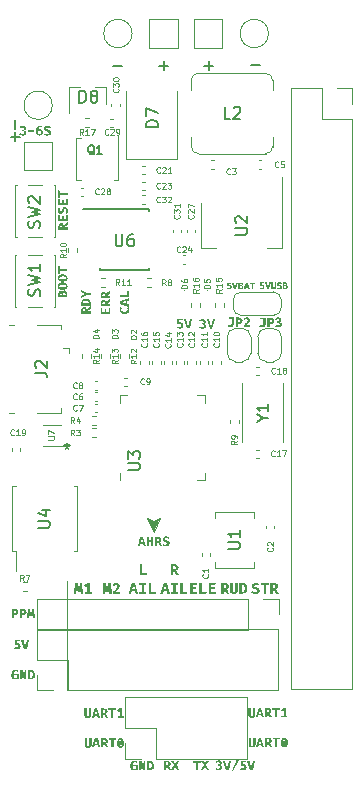
<source format=gbr>
%TF.GenerationSoftware,KiCad,Pcbnew,(6.0.0-0)*%
%TF.CreationDate,2022-10-07T18:10:28-04:00*%
%TF.ProjectId,hermes_v1,6865726d-6573-45f7-9631-2e6b69636164,rev?*%
%TF.SameCoordinates,Original*%
%TF.FileFunction,Legend,Top*%
%TF.FilePolarity,Positive*%
%FSLAX46Y46*%
G04 Gerber Fmt 4.6, Leading zero omitted, Abs format (unit mm)*
G04 Created by KiCad (PCBNEW (6.0.0-0)) date 2022-10-07 18:10:28*
%MOMM*%
%LPD*%
G01*
G04 APERTURE LIST*
%ADD10C,0.120000*%
%ADD11C,0.100000*%
%ADD12C,0.150000*%
%ADD13C,0.125000*%
G04 APERTURE END LIST*
D10*
X244475000Y-83350000D02*
X244475000Y-92625000D01*
D11*
X251250000Y-78004658D02*
X251800000Y-78304658D01*
X251800000Y-78304658D02*
X252350000Y-78004658D01*
X252350000Y-78004658D02*
X251800000Y-79254658D01*
X251800000Y-79254658D02*
X251250000Y-78004658D01*
G36*
X251800000Y-79254658D02*
G01*
X251250000Y-78004658D01*
X251800000Y-78304658D01*
X252350000Y-78004658D01*
X251800000Y-79254658D01*
G37*
X251800000Y-79254658D02*
X251250000Y-78004658D01*
X251800000Y-78304658D01*
X252350000Y-78004658D01*
X251800000Y-79254658D01*
D12*
X240046428Y-45130952D02*
X240046428Y-44369047D01*
X248369047Y-39771428D02*
X249130952Y-39771428D01*
X252269047Y-39746428D02*
X253030952Y-39746428D01*
X252650000Y-40127380D02*
X252650000Y-39365476D01*
X256069047Y-39746428D02*
X256830952Y-39746428D01*
X256450000Y-40127380D02*
X256450000Y-39365476D01*
X260019047Y-39696428D02*
X260780952Y-39696428D01*
X240046428Y-46130952D02*
X240046428Y-45369047D01*
X240427380Y-45750000D02*
X239665476Y-45750000D01*
%TO.C,U1*%
X258070208Y-80649554D02*
X258879732Y-80649554D01*
X258974970Y-80601935D01*
X259022589Y-80554316D01*
X259070208Y-80459078D01*
X259070208Y-80268602D01*
X259022589Y-80173364D01*
X258974970Y-80125745D01*
X258879732Y-80078126D01*
X258070208Y-80078126D01*
X259070208Y-79078126D02*
X259070208Y-79649554D01*
X259070208Y-79363840D02*
X258070208Y-79363840D01*
X258213066Y-79459078D01*
X258308304Y-79554316D01*
X258355923Y-79649554D01*
D13*
%TO.C,C2*%
X261828571Y-80553333D02*
X261852380Y-80577142D01*
X261876190Y-80648571D01*
X261876190Y-80696190D01*
X261852380Y-80767619D01*
X261804761Y-80815238D01*
X261757142Y-80839047D01*
X261661904Y-80862857D01*
X261590476Y-80862857D01*
X261495238Y-80839047D01*
X261447619Y-80815238D01*
X261400000Y-80767619D01*
X261376190Y-80696190D01*
X261376190Y-80648571D01*
X261400000Y-80577142D01*
X261423809Y-80553333D01*
X261423809Y-80362857D02*
X261400000Y-80339047D01*
X261376190Y-80291428D01*
X261376190Y-80172380D01*
X261400000Y-80124761D01*
X261423809Y-80100952D01*
X261471428Y-80077142D01*
X261519047Y-80077142D01*
X261590476Y-80100952D01*
X261876190Y-80386666D01*
X261876190Y-80077142D01*
%TO.C,C1*%
X256358571Y-82813333D02*
X256382380Y-82837142D01*
X256406190Y-82908571D01*
X256406190Y-82956190D01*
X256382380Y-83027619D01*
X256334761Y-83075238D01*
X256287142Y-83099047D01*
X256191904Y-83122857D01*
X256120476Y-83122857D01*
X256025238Y-83099047D01*
X255977619Y-83075238D01*
X255930000Y-83027619D01*
X255906190Y-82956190D01*
X255906190Y-82908571D01*
X255930000Y-82837142D01*
X255953809Y-82813333D01*
X256406190Y-82337142D02*
X256406190Y-82622857D01*
X256406190Y-82480000D02*
X255906190Y-82480000D01*
X255977619Y-82527619D01*
X256025238Y-82575238D01*
X256049047Y-82622857D01*
%TO.C,C6*%
X245259166Y-67953571D02*
X245235357Y-67977380D01*
X245163928Y-68001190D01*
X245116309Y-68001190D01*
X245044880Y-67977380D01*
X244997261Y-67929761D01*
X244973452Y-67882142D01*
X244949642Y-67786904D01*
X244949642Y-67715476D01*
X244973452Y-67620238D01*
X244997261Y-67572619D01*
X245044880Y-67525000D01*
X245116309Y-67501190D01*
X245163928Y-67501190D01*
X245235357Y-67525000D01*
X245259166Y-67548809D01*
X245687738Y-67501190D02*
X245592500Y-67501190D01*
X245544880Y-67525000D01*
X245521071Y-67548809D01*
X245473452Y-67620238D01*
X245449642Y-67715476D01*
X245449642Y-67905952D01*
X245473452Y-67953571D01*
X245497261Y-67977380D01*
X245544880Y-68001190D01*
X245640119Y-68001190D01*
X245687738Y-67977380D01*
X245711547Y-67953571D01*
X245735357Y-67905952D01*
X245735357Y-67786904D01*
X245711547Y-67739285D01*
X245687738Y-67715476D01*
X245640119Y-67691666D01*
X245544880Y-67691666D01*
X245497261Y-67715476D01*
X245473452Y-67739285D01*
X245449642Y-67786904D01*
%TO.C,C8*%
X245259166Y-67003571D02*
X245235357Y-67027380D01*
X245163928Y-67051190D01*
X245116309Y-67051190D01*
X245044880Y-67027380D01*
X244997261Y-66979761D01*
X244973452Y-66932142D01*
X244949642Y-66836904D01*
X244949642Y-66765476D01*
X244973452Y-66670238D01*
X244997261Y-66622619D01*
X245044880Y-66575000D01*
X245116309Y-66551190D01*
X245163928Y-66551190D01*
X245235357Y-66575000D01*
X245259166Y-66598809D01*
X245544880Y-66765476D02*
X245497261Y-66741666D01*
X245473452Y-66717857D01*
X245449642Y-66670238D01*
X245449642Y-66646428D01*
X245473452Y-66598809D01*
X245497261Y-66575000D01*
X245544880Y-66551190D01*
X245640119Y-66551190D01*
X245687738Y-66575000D01*
X245711547Y-66598809D01*
X245735357Y-66646428D01*
X245735357Y-66670238D01*
X245711547Y-66717857D01*
X245687738Y-66741666D01*
X245640119Y-66765476D01*
X245544880Y-66765476D01*
X245497261Y-66789285D01*
X245473452Y-66813095D01*
X245449642Y-66860714D01*
X245449642Y-66955952D01*
X245473452Y-67003571D01*
X245497261Y-67027380D01*
X245544880Y-67051190D01*
X245640119Y-67051190D01*
X245687738Y-67027380D01*
X245711547Y-67003571D01*
X245735357Y-66955952D01*
X245735357Y-66860714D01*
X245711547Y-66813095D01*
X245687738Y-66789285D01*
X245640119Y-66765476D01*
%TO.C,C11*%
X256278571Y-63258928D02*
X256302380Y-63282738D01*
X256326190Y-63354166D01*
X256326190Y-63401785D01*
X256302380Y-63473214D01*
X256254761Y-63520833D01*
X256207142Y-63544642D01*
X256111904Y-63568452D01*
X256040476Y-63568452D01*
X255945238Y-63544642D01*
X255897619Y-63520833D01*
X255850000Y-63473214D01*
X255826190Y-63401785D01*
X255826190Y-63354166D01*
X255850000Y-63282738D01*
X255873809Y-63258928D01*
X256326190Y-62782738D02*
X256326190Y-63068452D01*
X256326190Y-62925595D02*
X255826190Y-62925595D01*
X255897619Y-62973214D01*
X255945238Y-63020833D01*
X255969047Y-63068452D01*
X256326190Y-62306547D02*
X256326190Y-62592261D01*
X256326190Y-62449404D02*
X255826190Y-62449404D01*
X255897619Y-62497023D01*
X255945238Y-62544642D01*
X255969047Y-62592261D01*
%TO.C,C12*%
X255178571Y-63258928D02*
X255202380Y-63282738D01*
X255226190Y-63354166D01*
X255226190Y-63401785D01*
X255202380Y-63473214D01*
X255154761Y-63520833D01*
X255107142Y-63544642D01*
X255011904Y-63568452D01*
X254940476Y-63568452D01*
X254845238Y-63544642D01*
X254797619Y-63520833D01*
X254750000Y-63473214D01*
X254726190Y-63401785D01*
X254726190Y-63354166D01*
X254750000Y-63282738D01*
X254773809Y-63258928D01*
X255226190Y-62782738D02*
X255226190Y-63068452D01*
X255226190Y-62925595D02*
X254726190Y-62925595D01*
X254797619Y-62973214D01*
X254845238Y-63020833D01*
X254869047Y-63068452D01*
X254773809Y-62592261D02*
X254750000Y-62568452D01*
X254726190Y-62520833D01*
X254726190Y-62401785D01*
X254750000Y-62354166D01*
X254773809Y-62330357D01*
X254821428Y-62306547D01*
X254869047Y-62306547D01*
X254940476Y-62330357D01*
X255226190Y-62616071D01*
X255226190Y-62306547D01*
%TO.C,C13*%
X254178571Y-63258928D02*
X254202380Y-63282738D01*
X254226190Y-63354166D01*
X254226190Y-63401785D01*
X254202380Y-63473214D01*
X254154761Y-63520833D01*
X254107142Y-63544642D01*
X254011904Y-63568452D01*
X253940476Y-63568452D01*
X253845238Y-63544642D01*
X253797619Y-63520833D01*
X253750000Y-63473214D01*
X253726190Y-63401785D01*
X253726190Y-63354166D01*
X253750000Y-63282738D01*
X253773809Y-63258928D01*
X254226190Y-62782738D02*
X254226190Y-63068452D01*
X254226190Y-62925595D02*
X253726190Y-62925595D01*
X253797619Y-62973214D01*
X253845238Y-63020833D01*
X253869047Y-63068452D01*
X253726190Y-62616071D02*
X253726190Y-62306547D01*
X253916666Y-62473214D01*
X253916666Y-62401785D01*
X253940476Y-62354166D01*
X253964285Y-62330357D01*
X254011904Y-62306547D01*
X254130952Y-62306547D01*
X254178571Y-62330357D01*
X254202380Y-62354166D01*
X254226190Y-62401785D01*
X254226190Y-62544642D01*
X254202380Y-62592261D01*
X254178571Y-62616071D01*
%TO.C,C14*%
X253178571Y-63308928D02*
X253202380Y-63332738D01*
X253226190Y-63404166D01*
X253226190Y-63451785D01*
X253202380Y-63523214D01*
X253154761Y-63570833D01*
X253107142Y-63594642D01*
X253011904Y-63618452D01*
X252940476Y-63618452D01*
X252845238Y-63594642D01*
X252797619Y-63570833D01*
X252750000Y-63523214D01*
X252726190Y-63451785D01*
X252726190Y-63404166D01*
X252750000Y-63332738D01*
X252773809Y-63308928D01*
X253226190Y-62832738D02*
X253226190Y-63118452D01*
X253226190Y-62975595D02*
X252726190Y-62975595D01*
X252797619Y-63023214D01*
X252845238Y-63070833D01*
X252869047Y-63118452D01*
X252892857Y-62404166D02*
X253226190Y-62404166D01*
X252702380Y-62523214D02*
X253059523Y-62642261D01*
X253059523Y-62332738D01*
%TO.C,C15*%
X252178571Y-63258928D02*
X252202380Y-63282738D01*
X252226190Y-63354166D01*
X252226190Y-63401785D01*
X252202380Y-63473214D01*
X252154761Y-63520833D01*
X252107142Y-63544642D01*
X252011904Y-63568452D01*
X251940476Y-63568452D01*
X251845238Y-63544642D01*
X251797619Y-63520833D01*
X251750000Y-63473214D01*
X251726190Y-63401785D01*
X251726190Y-63354166D01*
X251750000Y-63282738D01*
X251773809Y-63258928D01*
X252226190Y-62782738D02*
X252226190Y-63068452D01*
X252226190Y-62925595D02*
X251726190Y-62925595D01*
X251797619Y-62973214D01*
X251845238Y-63020833D01*
X251869047Y-63068452D01*
X251726190Y-62330357D02*
X251726190Y-62568452D01*
X251964285Y-62592261D01*
X251940476Y-62568452D01*
X251916666Y-62520833D01*
X251916666Y-62401785D01*
X251940476Y-62354166D01*
X251964285Y-62330357D01*
X252011904Y-62306547D01*
X252130952Y-62306547D01*
X252178571Y-62330357D01*
X252202380Y-62354166D01*
X252226190Y-62401785D01*
X252226190Y-62520833D01*
X252202380Y-62568452D01*
X252178571Y-62592261D01*
%TO.C,C16*%
X251178571Y-63258928D02*
X251202380Y-63282738D01*
X251226190Y-63354166D01*
X251226190Y-63401785D01*
X251202380Y-63473214D01*
X251154761Y-63520833D01*
X251107142Y-63544642D01*
X251011904Y-63568452D01*
X250940476Y-63568452D01*
X250845238Y-63544642D01*
X250797619Y-63520833D01*
X250750000Y-63473214D01*
X250726190Y-63401785D01*
X250726190Y-63354166D01*
X250750000Y-63282738D01*
X250773809Y-63258928D01*
X251226190Y-62782738D02*
X251226190Y-63068452D01*
X251226190Y-62925595D02*
X250726190Y-62925595D01*
X250797619Y-62973214D01*
X250845238Y-63020833D01*
X250869047Y-63068452D01*
X250726190Y-62354166D02*
X250726190Y-62449404D01*
X250750000Y-62497023D01*
X250773809Y-62520833D01*
X250845238Y-62568452D01*
X250940476Y-62592261D01*
X251130952Y-62592261D01*
X251178571Y-62568452D01*
X251202380Y-62544642D01*
X251226190Y-62497023D01*
X251226190Y-62401785D01*
X251202380Y-62354166D01*
X251178571Y-62330357D01*
X251130952Y-62306547D01*
X251011904Y-62306547D01*
X250964285Y-62330357D01*
X250940476Y-62354166D01*
X250916666Y-62401785D01*
X250916666Y-62497023D01*
X250940476Y-62544642D01*
X250964285Y-62568452D01*
X251011904Y-62592261D01*
%TO.C,C17*%
X262019821Y-72778571D02*
X261996011Y-72802380D01*
X261924583Y-72826190D01*
X261876964Y-72826190D01*
X261805535Y-72802380D01*
X261757916Y-72754761D01*
X261734107Y-72707142D01*
X261710297Y-72611904D01*
X261710297Y-72540476D01*
X261734107Y-72445238D01*
X261757916Y-72397619D01*
X261805535Y-72350000D01*
X261876964Y-72326190D01*
X261924583Y-72326190D01*
X261996011Y-72350000D01*
X262019821Y-72373809D01*
X262496011Y-72826190D02*
X262210297Y-72826190D01*
X262353154Y-72826190D02*
X262353154Y-72326190D01*
X262305535Y-72397619D01*
X262257916Y-72445238D01*
X262210297Y-72469047D01*
X262662678Y-72326190D02*
X262996011Y-72326190D01*
X262781726Y-72826190D01*
%TO.C,C18*%
X262053571Y-65778571D02*
X262029761Y-65802380D01*
X261958333Y-65826190D01*
X261910714Y-65826190D01*
X261839285Y-65802380D01*
X261791666Y-65754761D01*
X261767857Y-65707142D01*
X261744047Y-65611904D01*
X261744047Y-65540476D01*
X261767857Y-65445238D01*
X261791666Y-65397619D01*
X261839285Y-65350000D01*
X261910714Y-65326190D01*
X261958333Y-65326190D01*
X262029761Y-65350000D01*
X262053571Y-65373809D01*
X262529761Y-65826190D02*
X262244047Y-65826190D01*
X262386904Y-65826190D02*
X262386904Y-65326190D01*
X262339285Y-65397619D01*
X262291666Y-65445238D01*
X262244047Y-65469047D01*
X262815476Y-65540476D02*
X262767857Y-65516666D01*
X262744047Y-65492857D01*
X262720238Y-65445238D01*
X262720238Y-65421428D01*
X262744047Y-65373809D01*
X262767857Y-65350000D01*
X262815476Y-65326190D01*
X262910714Y-65326190D01*
X262958333Y-65350000D01*
X262982142Y-65373809D01*
X263005952Y-65421428D01*
X263005952Y-65445238D01*
X262982142Y-65492857D01*
X262958333Y-65516666D01*
X262910714Y-65540476D01*
X262815476Y-65540476D01*
X262767857Y-65564285D01*
X262744047Y-65588095D01*
X262720238Y-65635714D01*
X262720238Y-65730952D01*
X262744047Y-65778571D01*
X262767857Y-65802380D01*
X262815476Y-65826190D01*
X262910714Y-65826190D01*
X262958333Y-65802380D01*
X262982142Y-65778571D01*
X263005952Y-65730952D01*
X263005952Y-65635714D01*
X262982142Y-65588095D01*
X262958333Y-65564285D01*
X262910714Y-65540476D01*
%TO.C,C19*%
X239953571Y-71003571D02*
X239929761Y-71027380D01*
X239858333Y-71051190D01*
X239810714Y-71051190D01*
X239739285Y-71027380D01*
X239691666Y-70979761D01*
X239667857Y-70932142D01*
X239644047Y-70836904D01*
X239644047Y-70765476D01*
X239667857Y-70670238D01*
X239691666Y-70622619D01*
X239739285Y-70575000D01*
X239810714Y-70551190D01*
X239858333Y-70551190D01*
X239929761Y-70575000D01*
X239953571Y-70598809D01*
X240429761Y-71051190D02*
X240144047Y-71051190D01*
X240286904Y-71051190D02*
X240286904Y-70551190D01*
X240239285Y-70622619D01*
X240191666Y-70670238D01*
X240144047Y-70694047D01*
X240667857Y-71051190D02*
X240763095Y-71051190D01*
X240810714Y-71027380D01*
X240834523Y-71003571D01*
X240882142Y-70932142D01*
X240905952Y-70836904D01*
X240905952Y-70646428D01*
X240882142Y-70598809D01*
X240858333Y-70575000D01*
X240810714Y-70551190D01*
X240715476Y-70551190D01*
X240667857Y-70575000D01*
X240644047Y-70598809D01*
X240620238Y-70646428D01*
X240620238Y-70765476D01*
X240644047Y-70813095D01*
X240667857Y-70836904D01*
X240715476Y-70860714D01*
X240810714Y-70860714D01*
X240858333Y-70836904D01*
X240882142Y-70813095D01*
X240905952Y-70765476D01*
%TO.C,D2*%
X250326190Y-62856547D02*
X249826190Y-62856547D01*
X249826190Y-62737500D01*
X249850000Y-62666071D01*
X249897619Y-62618452D01*
X249945238Y-62594642D01*
X250040476Y-62570833D01*
X250111904Y-62570833D01*
X250207142Y-62594642D01*
X250254761Y-62618452D01*
X250302380Y-62666071D01*
X250326190Y-62737500D01*
X250326190Y-62856547D01*
X249873809Y-62380357D02*
X249850000Y-62356547D01*
X249826190Y-62308928D01*
X249826190Y-62189880D01*
X249850000Y-62142261D01*
X249873809Y-62118452D01*
X249921428Y-62094642D01*
X249969047Y-62094642D01*
X250040476Y-62118452D01*
X250326190Y-62404166D01*
X250326190Y-62094642D01*
%TO.C,D3*%
X248726190Y-62831547D02*
X248226190Y-62831547D01*
X248226190Y-62712500D01*
X248250000Y-62641071D01*
X248297619Y-62593452D01*
X248345238Y-62569642D01*
X248440476Y-62545833D01*
X248511904Y-62545833D01*
X248607142Y-62569642D01*
X248654761Y-62593452D01*
X248702380Y-62641071D01*
X248726190Y-62712500D01*
X248726190Y-62831547D01*
X248226190Y-62379166D02*
X248226190Y-62069642D01*
X248416666Y-62236309D01*
X248416666Y-62164880D01*
X248440476Y-62117261D01*
X248464285Y-62093452D01*
X248511904Y-62069642D01*
X248630952Y-62069642D01*
X248678571Y-62093452D01*
X248702380Y-62117261D01*
X248726190Y-62164880D01*
X248726190Y-62307738D01*
X248702380Y-62355357D01*
X248678571Y-62379166D01*
%TO.C,D4*%
X247126190Y-62806547D02*
X246626190Y-62806547D01*
X246626190Y-62687500D01*
X246650000Y-62616071D01*
X246697619Y-62568452D01*
X246745238Y-62544642D01*
X246840476Y-62520833D01*
X246911904Y-62520833D01*
X247007142Y-62544642D01*
X247054761Y-62568452D01*
X247102380Y-62616071D01*
X247126190Y-62687500D01*
X247126190Y-62806547D01*
X246792857Y-62092261D02*
X247126190Y-62092261D01*
X246602380Y-62211309D02*
X246959523Y-62330357D01*
X246959523Y-62020833D01*
%TO.C,R7*%
X240766666Y-83351190D02*
X240600000Y-83113095D01*
X240480952Y-83351190D02*
X240480952Y-82851190D01*
X240671428Y-82851190D01*
X240719047Y-82875000D01*
X240742857Y-82898809D01*
X240766666Y-82946428D01*
X240766666Y-83017857D01*
X240742857Y-83065476D01*
X240719047Y-83089285D01*
X240671428Y-83113095D01*
X240480952Y-83113095D01*
X240933333Y-82851190D02*
X241266666Y-82851190D01*
X241052380Y-83351190D01*
%TO.C,R13*%
X248726190Y-64658928D02*
X248488095Y-64825595D01*
X248726190Y-64944642D02*
X248226190Y-64944642D01*
X248226190Y-64754166D01*
X248250000Y-64706547D01*
X248273809Y-64682738D01*
X248321428Y-64658928D01*
X248392857Y-64658928D01*
X248440476Y-64682738D01*
X248464285Y-64706547D01*
X248488095Y-64754166D01*
X248488095Y-64944642D01*
X248726190Y-64182738D02*
X248726190Y-64468452D01*
X248726190Y-64325595D02*
X248226190Y-64325595D01*
X248297619Y-64373214D01*
X248345238Y-64420833D01*
X248369047Y-64468452D01*
X248226190Y-64016071D02*
X248226190Y-63706547D01*
X248416666Y-63873214D01*
X248416666Y-63801785D01*
X248440476Y-63754166D01*
X248464285Y-63730357D01*
X248511904Y-63706547D01*
X248630952Y-63706547D01*
X248678571Y-63730357D01*
X248702380Y-63754166D01*
X248726190Y-63801785D01*
X248726190Y-63944642D01*
X248702380Y-63992261D01*
X248678571Y-64016071D01*
%TO.C,R14*%
X247126190Y-64658928D02*
X246888095Y-64825595D01*
X247126190Y-64944642D02*
X246626190Y-64944642D01*
X246626190Y-64754166D01*
X246650000Y-64706547D01*
X246673809Y-64682738D01*
X246721428Y-64658928D01*
X246792857Y-64658928D01*
X246840476Y-64682738D01*
X246864285Y-64706547D01*
X246888095Y-64754166D01*
X246888095Y-64944642D01*
X247126190Y-64182738D02*
X247126190Y-64468452D01*
X247126190Y-64325595D02*
X246626190Y-64325595D01*
X246697619Y-64373214D01*
X246745238Y-64420833D01*
X246769047Y-64468452D01*
X246792857Y-63754166D02*
X247126190Y-63754166D01*
X246602380Y-63873214D02*
X246959523Y-63992261D01*
X246959523Y-63682738D01*
D12*
%TO.C,U3*%
X249627380Y-73961904D02*
X250436904Y-73961904D01*
X250532142Y-73914285D01*
X250579761Y-73866666D01*
X250627380Y-73771428D01*
X250627380Y-73580952D01*
X250579761Y-73485714D01*
X250532142Y-73438095D01*
X250436904Y-73390476D01*
X249627380Y-73390476D01*
X249627380Y-73009523D02*
X249627380Y-72390476D01*
X250008333Y-72723809D01*
X250008333Y-72580952D01*
X250055952Y-72485714D01*
X250103571Y-72438095D01*
X250198809Y-72390476D01*
X250436904Y-72390476D01*
X250532142Y-72438095D01*
X250579761Y-72485714D01*
X250627380Y-72580952D01*
X250627380Y-72866666D01*
X250579761Y-72961904D01*
X250532142Y-73009523D01*
%TO.C,U4*%
X242002380Y-78861904D02*
X242811904Y-78861904D01*
X242907142Y-78814285D01*
X242954761Y-78766666D01*
X243002380Y-78671428D01*
X243002380Y-78480952D01*
X242954761Y-78385714D01*
X242907142Y-78338095D01*
X242811904Y-78290476D01*
X242002380Y-78290476D01*
X242335714Y-77385714D02*
X243002380Y-77385714D01*
X241954761Y-77623809D02*
X242669047Y-77861904D01*
X242669047Y-77242857D01*
%TO.C,Y1*%
X261026190Y-69601190D02*
X261502380Y-69601190D01*
X260502380Y-69934523D02*
X261026190Y-69601190D01*
X260502380Y-69267857D01*
X261502380Y-68410714D02*
X261502380Y-68982142D01*
X261502380Y-68696428D02*
X260502380Y-68696428D01*
X260645238Y-68791666D01*
X260740476Y-68886904D01*
X260788095Y-68982142D01*
D13*
%TO.C,C9*%
X250971666Y-66678571D02*
X250947857Y-66702380D01*
X250876428Y-66726190D01*
X250828809Y-66726190D01*
X250757380Y-66702380D01*
X250709761Y-66654761D01*
X250685952Y-66607142D01*
X250662142Y-66511904D01*
X250662142Y-66440476D01*
X250685952Y-66345238D01*
X250709761Y-66297619D01*
X250757380Y-66250000D01*
X250828809Y-66226190D01*
X250876428Y-66226190D01*
X250947857Y-66250000D01*
X250971666Y-66273809D01*
X251209761Y-66726190D02*
X251305000Y-66726190D01*
X251352619Y-66702380D01*
X251376428Y-66678571D01*
X251424047Y-66607142D01*
X251447857Y-66511904D01*
X251447857Y-66321428D01*
X251424047Y-66273809D01*
X251400238Y-66250000D01*
X251352619Y-66226190D01*
X251257380Y-66226190D01*
X251209761Y-66250000D01*
X251185952Y-66273809D01*
X251162142Y-66321428D01*
X251162142Y-66440476D01*
X251185952Y-66488095D01*
X251209761Y-66511904D01*
X251257380Y-66535714D01*
X251352619Y-66535714D01*
X251400238Y-66511904D01*
X251424047Y-66488095D01*
X251447857Y-66440476D01*
%TO.C,R3*%
X245069166Y-71056190D02*
X244902500Y-70818095D01*
X244783452Y-71056190D02*
X244783452Y-70556190D01*
X244973928Y-70556190D01*
X245021547Y-70580000D01*
X245045357Y-70603809D01*
X245069166Y-70651428D01*
X245069166Y-70722857D01*
X245045357Y-70770476D01*
X245021547Y-70794285D01*
X244973928Y-70818095D01*
X244783452Y-70818095D01*
X245235833Y-70556190D02*
X245545357Y-70556190D01*
X245378690Y-70746666D01*
X245450119Y-70746666D01*
X245497738Y-70770476D01*
X245521547Y-70794285D01*
X245545357Y-70841904D01*
X245545357Y-70960952D01*
X245521547Y-71008571D01*
X245497738Y-71032380D01*
X245450119Y-71056190D01*
X245307261Y-71056190D01*
X245259642Y-71032380D01*
X245235833Y-71008571D01*
D12*
%TO.C,SW1*%
X242129761Y-59233333D02*
X242177380Y-59090476D01*
X242177380Y-58852380D01*
X242129761Y-58757142D01*
X242082142Y-58709523D01*
X241986904Y-58661904D01*
X241891666Y-58661904D01*
X241796428Y-58709523D01*
X241748809Y-58757142D01*
X241701190Y-58852380D01*
X241653571Y-59042857D01*
X241605952Y-59138095D01*
X241558333Y-59185714D01*
X241463095Y-59233333D01*
X241367857Y-59233333D01*
X241272619Y-59185714D01*
X241225000Y-59138095D01*
X241177380Y-59042857D01*
X241177380Y-58804761D01*
X241225000Y-58661904D01*
X241177380Y-58328571D02*
X242177380Y-58090476D01*
X241463095Y-57900000D01*
X242177380Y-57709523D01*
X241177380Y-57471428D01*
X242177380Y-56566666D02*
X242177380Y-57138095D01*
X242177380Y-56852380D02*
X241177380Y-56852380D01*
X241320238Y-56947619D01*
X241415476Y-57042857D01*
X241463095Y-57138095D01*
%TO.C,J2*%
X241752380Y-65733333D02*
X242466666Y-65733333D01*
X242609523Y-65780952D01*
X242704761Y-65876190D01*
X242752380Y-66019047D01*
X242752380Y-66114285D01*
X241847619Y-65304761D02*
X241800000Y-65257142D01*
X241752380Y-65161904D01*
X241752380Y-64923809D01*
X241800000Y-64828571D01*
X241847619Y-64780952D01*
X241942857Y-64733333D01*
X242038095Y-64733333D01*
X242180952Y-64780952D01*
X242752380Y-65352380D01*
X242752380Y-64733333D01*
D13*
%TO.C,R9*%
X258826190Y-71508333D02*
X258588095Y-71675000D01*
X258826190Y-71794047D02*
X258326190Y-71794047D01*
X258326190Y-71603571D01*
X258350000Y-71555952D01*
X258373809Y-71532142D01*
X258421428Y-71508333D01*
X258492857Y-71508333D01*
X258540476Y-71532142D01*
X258564285Y-71555952D01*
X258588095Y-71603571D01*
X258588095Y-71794047D01*
X258826190Y-71270238D02*
X258826190Y-71175000D01*
X258802380Y-71127380D01*
X258778571Y-71103571D01*
X258707142Y-71055952D01*
X258611904Y-71032142D01*
X258421428Y-71032142D01*
X258373809Y-71055952D01*
X258350000Y-71079761D01*
X258326190Y-71127380D01*
X258326190Y-71222619D01*
X258350000Y-71270238D01*
X258373809Y-71294047D01*
X258421428Y-71317857D01*
X258540476Y-71317857D01*
X258588095Y-71294047D01*
X258611904Y-71270238D01*
X258635714Y-71222619D01*
X258635714Y-71127380D01*
X258611904Y-71079761D01*
X258588095Y-71055952D01*
X258540476Y-71032142D01*
%TO.C,C10*%
X257278571Y-63258928D02*
X257302380Y-63282738D01*
X257326190Y-63354166D01*
X257326190Y-63401785D01*
X257302380Y-63473214D01*
X257254761Y-63520833D01*
X257207142Y-63544642D01*
X257111904Y-63568452D01*
X257040476Y-63568452D01*
X256945238Y-63544642D01*
X256897619Y-63520833D01*
X256850000Y-63473214D01*
X256826190Y-63401785D01*
X256826190Y-63354166D01*
X256850000Y-63282738D01*
X256873809Y-63258928D01*
X257326190Y-62782738D02*
X257326190Y-63068452D01*
X257326190Y-62925595D02*
X256826190Y-62925595D01*
X256897619Y-62973214D01*
X256945238Y-63020833D01*
X256969047Y-63068452D01*
X256826190Y-62473214D02*
X256826190Y-62425595D01*
X256850000Y-62377976D01*
X256873809Y-62354166D01*
X256921428Y-62330357D01*
X257016666Y-62306547D01*
X257135714Y-62306547D01*
X257230952Y-62330357D01*
X257278571Y-62354166D01*
X257302380Y-62377976D01*
X257326190Y-62425595D01*
X257326190Y-62473214D01*
X257302380Y-62520833D01*
X257278571Y-62544642D01*
X257230952Y-62568452D01*
X257135714Y-62592261D01*
X257016666Y-62592261D01*
X256921428Y-62568452D01*
X256873809Y-62544642D01*
X256850000Y-62520833D01*
X256826190Y-62473214D01*
D12*
%TO.C,SW2*%
X242104761Y-53470833D02*
X242152380Y-53327976D01*
X242152380Y-53089880D01*
X242104761Y-52994642D01*
X242057142Y-52947023D01*
X241961904Y-52899404D01*
X241866666Y-52899404D01*
X241771428Y-52947023D01*
X241723809Y-52994642D01*
X241676190Y-53089880D01*
X241628571Y-53280357D01*
X241580952Y-53375595D01*
X241533333Y-53423214D01*
X241438095Y-53470833D01*
X241342857Y-53470833D01*
X241247619Y-53423214D01*
X241200000Y-53375595D01*
X241152380Y-53280357D01*
X241152380Y-53042261D01*
X241200000Y-52899404D01*
X241152380Y-52566071D02*
X242152380Y-52327976D01*
X241438095Y-52137500D01*
X242152380Y-51947023D01*
X241152380Y-51708928D01*
X241247619Y-51375595D02*
X241200000Y-51327976D01*
X241152380Y-51232738D01*
X241152380Y-50994642D01*
X241200000Y-50899404D01*
X241247619Y-50851785D01*
X241342857Y-50804166D01*
X241438095Y-50804166D01*
X241580952Y-50851785D01*
X242152380Y-51423214D01*
X242152380Y-50804166D01*
D13*
%TO.C,C7*%
X245259166Y-68903571D02*
X245235357Y-68927380D01*
X245163928Y-68951190D01*
X245116309Y-68951190D01*
X245044880Y-68927380D01*
X244997261Y-68879761D01*
X244973452Y-68832142D01*
X244949642Y-68736904D01*
X244949642Y-68665476D01*
X244973452Y-68570238D01*
X244997261Y-68522619D01*
X245044880Y-68475000D01*
X245116309Y-68451190D01*
X245163928Y-68451190D01*
X245235357Y-68475000D01*
X245259166Y-68498809D01*
X245425833Y-68451190D02*
X245759166Y-68451190D01*
X245544880Y-68951190D01*
%TO.C,R12*%
X250326190Y-64658928D02*
X250088095Y-64825595D01*
X250326190Y-64944642D02*
X249826190Y-64944642D01*
X249826190Y-64754166D01*
X249850000Y-64706547D01*
X249873809Y-64682738D01*
X249921428Y-64658928D01*
X249992857Y-64658928D01*
X250040476Y-64682738D01*
X250064285Y-64706547D01*
X250088095Y-64754166D01*
X250088095Y-64944642D01*
X250326190Y-64182738D02*
X250326190Y-64468452D01*
X250326190Y-64325595D02*
X249826190Y-64325595D01*
X249897619Y-64373214D01*
X249945238Y-64420833D01*
X249969047Y-64468452D01*
X249873809Y-63992261D02*
X249850000Y-63968452D01*
X249826190Y-63920833D01*
X249826190Y-63801785D01*
X249850000Y-63754166D01*
X249873809Y-63730357D01*
X249921428Y-63706547D01*
X249969047Y-63706547D01*
X250040476Y-63730357D01*
X250326190Y-64016071D01*
X250326190Y-63706547D01*
%TO.C,R15*%
X257541190Y-58671428D02*
X257303095Y-58838095D01*
X257541190Y-58957142D02*
X257041190Y-58957142D01*
X257041190Y-58766666D01*
X257065000Y-58719047D01*
X257088809Y-58695238D01*
X257136428Y-58671428D01*
X257207857Y-58671428D01*
X257255476Y-58695238D01*
X257279285Y-58719047D01*
X257303095Y-58766666D01*
X257303095Y-58957142D01*
X257541190Y-58195238D02*
X257541190Y-58480952D01*
X257541190Y-58338095D02*
X257041190Y-58338095D01*
X257112619Y-58385714D01*
X257160238Y-58433333D01*
X257184047Y-58480952D01*
X257041190Y-57742857D02*
X257041190Y-57980952D01*
X257279285Y-58004761D01*
X257255476Y-57980952D01*
X257231666Y-57933333D01*
X257231666Y-57814285D01*
X257255476Y-57766666D01*
X257279285Y-57742857D01*
X257326904Y-57719047D01*
X257445952Y-57719047D01*
X257493571Y-57742857D01*
X257517380Y-57766666D01*
X257541190Y-57814285D01*
X257541190Y-57933333D01*
X257517380Y-57980952D01*
X257493571Y-58004761D01*
%TO.C,R16*%
X255591190Y-58671428D02*
X255353095Y-58838095D01*
X255591190Y-58957142D02*
X255091190Y-58957142D01*
X255091190Y-58766666D01*
X255115000Y-58719047D01*
X255138809Y-58695238D01*
X255186428Y-58671428D01*
X255257857Y-58671428D01*
X255305476Y-58695238D01*
X255329285Y-58719047D01*
X255353095Y-58766666D01*
X255353095Y-58957142D01*
X255591190Y-58195238D02*
X255591190Y-58480952D01*
X255591190Y-58338095D02*
X255091190Y-58338095D01*
X255162619Y-58385714D01*
X255210238Y-58433333D01*
X255234047Y-58480952D01*
X255091190Y-57766666D02*
X255091190Y-57861904D01*
X255115000Y-57909523D01*
X255138809Y-57933333D01*
X255210238Y-57980952D01*
X255305476Y-58004761D01*
X255495952Y-58004761D01*
X255543571Y-57980952D01*
X255567380Y-57957142D01*
X255591190Y-57909523D01*
X255591190Y-57814285D01*
X255567380Y-57766666D01*
X255543571Y-57742857D01*
X255495952Y-57719047D01*
X255376904Y-57719047D01*
X255329285Y-57742857D01*
X255305476Y-57766666D01*
X255281666Y-57814285D01*
X255281666Y-57909523D01*
X255305476Y-57957142D01*
X255329285Y-57980952D01*
X255376904Y-58004761D01*
%TO.C,D5*%
X256541190Y-58569047D02*
X256041190Y-58569047D01*
X256041190Y-58450000D01*
X256065000Y-58378571D01*
X256112619Y-58330952D01*
X256160238Y-58307142D01*
X256255476Y-58283333D01*
X256326904Y-58283333D01*
X256422142Y-58307142D01*
X256469761Y-58330952D01*
X256517380Y-58378571D01*
X256541190Y-58450000D01*
X256541190Y-58569047D01*
X256041190Y-57830952D02*
X256041190Y-58069047D01*
X256279285Y-58092857D01*
X256255476Y-58069047D01*
X256231666Y-58021428D01*
X256231666Y-57902380D01*
X256255476Y-57854761D01*
X256279285Y-57830952D01*
X256326904Y-57807142D01*
X256445952Y-57807142D01*
X256493571Y-57830952D01*
X256517380Y-57854761D01*
X256541190Y-57902380D01*
X256541190Y-58021428D01*
X256517380Y-58069047D01*
X256493571Y-58092857D01*
%TO.C,D6*%
X254616190Y-58569047D02*
X254116190Y-58569047D01*
X254116190Y-58450000D01*
X254140000Y-58378571D01*
X254187619Y-58330952D01*
X254235238Y-58307142D01*
X254330476Y-58283333D01*
X254401904Y-58283333D01*
X254497142Y-58307142D01*
X254544761Y-58330952D01*
X254592380Y-58378571D01*
X254616190Y-58450000D01*
X254616190Y-58569047D01*
X254116190Y-57854761D02*
X254116190Y-57950000D01*
X254140000Y-57997619D01*
X254163809Y-58021428D01*
X254235238Y-58069047D01*
X254330476Y-58092857D01*
X254520952Y-58092857D01*
X254568571Y-58069047D01*
X254592380Y-58045238D01*
X254616190Y-57997619D01*
X254616190Y-57902380D01*
X254592380Y-57854761D01*
X254568571Y-57830952D01*
X254520952Y-57807142D01*
X254401904Y-57807142D01*
X254354285Y-57830952D01*
X254330476Y-57854761D01*
X254306666Y-57902380D01*
X254306666Y-57997619D01*
X254330476Y-58045238D01*
X254354285Y-58069047D01*
X254401904Y-58092857D01*
%TO.C,R4*%
X245069166Y-70026190D02*
X244902500Y-69788095D01*
X244783452Y-70026190D02*
X244783452Y-69526190D01*
X244973928Y-69526190D01*
X245021547Y-69550000D01*
X245045357Y-69573809D01*
X245069166Y-69621428D01*
X245069166Y-69692857D01*
X245045357Y-69740476D01*
X245021547Y-69764285D01*
X244973928Y-69788095D01*
X244783452Y-69788095D01*
X245497738Y-69692857D02*
X245497738Y-70026190D01*
X245378690Y-69502380D02*
X245259642Y-69859523D01*
X245569166Y-69859523D01*
%TO.C,U7*%
X242876190Y-71405952D02*
X243280952Y-71405952D01*
X243328571Y-71382142D01*
X243352380Y-71358333D01*
X243376190Y-71310714D01*
X243376190Y-71215476D01*
X243352380Y-71167857D01*
X243328571Y-71144047D01*
X243280952Y-71120238D01*
X242876190Y-71120238D01*
X242876190Y-70929761D02*
X242876190Y-70596428D01*
X243376190Y-70810714D01*
%TO.C,C24*%
X254028571Y-55503571D02*
X254004761Y-55527380D01*
X253933333Y-55551190D01*
X253885714Y-55551190D01*
X253814285Y-55527380D01*
X253766666Y-55479761D01*
X253742857Y-55432142D01*
X253719047Y-55336904D01*
X253719047Y-55265476D01*
X253742857Y-55170238D01*
X253766666Y-55122619D01*
X253814285Y-55075000D01*
X253885714Y-55051190D01*
X253933333Y-55051190D01*
X254004761Y-55075000D01*
X254028571Y-55098809D01*
X254219047Y-55098809D02*
X254242857Y-55075000D01*
X254290476Y-55051190D01*
X254409523Y-55051190D01*
X254457142Y-55075000D01*
X254480952Y-55098809D01*
X254504761Y-55146428D01*
X254504761Y-55194047D01*
X254480952Y-55265476D01*
X254195238Y-55551190D01*
X254504761Y-55551190D01*
X254933333Y-55217857D02*
X254933333Y-55551190D01*
X254814285Y-55027380D02*
X254695238Y-55384523D01*
X255004761Y-55384523D01*
D12*
%TO.C,L2*%
X258258333Y-44227380D02*
X257782142Y-44227380D01*
X257782142Y-43227380D01*
X258544047Y-43322619D02*
X258591666Y-43275000D01*
X258686904Y-43227380D01*
X258925000Y-43227380D01*
X259020238Y-43275000D01*
X259067857Y-43322619D01*
X259115476Y-43417857D01*
X259115476Y-43513095D01*
X259067857Y-43655952D01*
X258496428Y-44227380D01*
X259115476Y-44227380D01*
D13*
%TO.C,C3*%
X258246666Y-48888571D02*
X258222857Y-48912380D01*
X258151428Y-48936190D01*
X258103809Y-48936190D01*
X258032380Y-48912380D01*
X257984761Y-48864761D01*
X257960952Y-48817142D01*
X257937142Y-48721904D01*
X257937142Y-48650476D01*
X257960952Y-48555238D01*
X257984761Y-48507619D01*
X258032380Y-48460000D01*
X258103809Y-48436190D01*
X258151428Y-48436190D01*
X258222857Y-48460000D01*
X258246666Y-48483809D01*
X258413333Y-48436190D02*
X258722857Y-48436190D01*
X258556190Y-48626666D01*
X258627619Y-48626666D01*
X258675238Y-48650476D01*
X258699047Y-48674285D01*
X258722857Y-48721904D01*
X258722857Y-48840952D01*
X258699047Y-48888571D01*
X258675238Y-48912380D01*
X258627619Y-48936190D01*
X258484761Y-48936190D01*
X258437142Y-48912380D01*
X258413333Y-48888571D01*
%TO.C,C5*%
X262341666Y-48303571D02*
X262317857Y-48327380D01*
X262246428Y-48351190D01*
X262198809Y-48351190D01*
X262127380Y-48327380D01*
X262079761Y-48279761D01*
X262055952Y-48232142D01*
X262032142Y-48136904D01*
X262032142Y-48065476D01*
X262055952Y-47970238D01*
X262079761Y-47922619D01*
X262127380Y-47875000D01*
X262198809Y-47851190D01*
X262246428Y-47851190D01*
X262317857Y-47875000D01*
X262341666Y-47898809D01*
X262794047Y-47851190D02*
X262555952Y-47851190D01*
X262532142Y-48089285D01*
X262555952Y-48065476D01*
X262603571Y-48041666D01*
X262722619Y-48041666D01*
X262770238Y-48065476D01*
X262794047Y-48089285D01*
X262817857Y-48136904D01*
X262817857Y-48255952D01*
X262794047Y-48303571D01*
X262770238Y-48327380D01*
X262722619Y-48351190D01*
X262603571Y-48351190D01*
X262555952Y-48327380D01*
X262532142Y-48303571D01*
%TO.C,C31*%
X253928571Y-52396428D02*
X253952380Y-52420238D01*
X253976190Y-52491666D01*
X253976190Y-52539285D01*
X253952380Y-52610714D01*
X253904761Y-52658333D01*
X253857142Y-52682142D01*
X253761904Y-52705952D01*
X253690476Y-52705952D01*
X253595238Y-52682142D01*
X253547619Y-52658333D01*
X253500000Y-52610714D01*
X253476190Y-52539285D01*
X253476190Y-52491666D01*
X253500000Y-52420238D01*
X253523809Y-52396428D01*
X253476190Y-52229761D02*
X253476190Y-51920238D01*
X253666666Y-52086904D01*
X253666666Y-52015476D01*
X253690476Y-51967857D01*
X253714285Y-51944047D01*
X253761904Y-51920238D01*
X253880952Y-51920238D01*
X253928571Y-51944047D01*
X253952380Y-51967857D01*
X253976190Y-52015476D01*
X253976190Y-52158333D01*
X253952380Y-52205952D01*
X253928571Y-52229761D01*
X253976190Y-51444047D02*
X253976190Y-51729761D01*
X253976190Y-51586904D02*
X253476190Y-51586904D01*
X253547619Y-51634523D01*
X253595238Y-51682142D01*
X253619047Y-51729761D01*
%TO.C,R8*%
X252791666Y-58351190D02*
X252625000Y-58113095D01*
X252505952Y-58351190D02*
X252505952Y-57851190D01*
X252696428Y-57851190D01*
X252744047Y-57875000D01*
X252767857Y-57898809D01*
X252791666Y-57946428D01*
X252791666Y-58017857D01*
X252767857Y-58065476D01*
X252744047Y-58089285D01*
X252696428Y-58113095D01*
X252505952Y-58113095D01*
X253077380Y-58065476D02*
X253029761Y-58041666D01*
X253005952Y-58017857D01*
X252982142Y-57970238D01*
X252982142Y-57946428D01*
X253005952Y-57898809D01*
X253029761Y-57875000D01*
X253077380Y-57851190D01*
X253172619Y-57851190D01*
X253220238Y-57875000D01*
X253244047Y-57898809D01*
X253267857Y-57946428D01*
X253267857Y-57970238D01*
X253244047Y-58017857D01*
X253220238Y-58041666D01*
X253172619Y-58065476D01*
X253077380Y-58065476D01*
X253029761Y-58089285D01*
X253005952Y-58113095D01*
X252982142Y-58160714D01*
X252982142Y-58255952D01*
X253005952Y-58303571D01*
X253029761Y-58327380D01*
X253077380Y-58351190D01*
X253172619Y-58351190D01*
X253220238Y-58327380D01*
X253244047Y-58303571D01*
X253267857Y-58255952D01*
X253267857Y-58160714D01*
X253244047Y-58113095D01*
X253220238Y-58089285D01*
X253172619Y-58065476D01*
D12*
%TO.C,U6*%
X248563095Y-54027380D02*
X248563095Y-54836904D01*
X248610714Y-54932142D01*
X248658333Y-54979761D01*
X248753571Y-55027380D01*
X248944047Y-55027380D01*
X249039285Y-54979761D01*
X249086904Y-54932142D01*
X249134523Y-54836904D01*
X249134523Y-54027380D01*
X250039285Y-54027380D02*
X249848809Y-54027380D01*
X249753571Y-54075000D01*
X249705952Y-54122619D01*
X249610714Y-54265476D01*
X249563095Y-54455952D01*
X249563095Y-54836904D01*
X249610714Y-54932142D01*
X249658333Y-54979761D01*
X249753571Y-55027380D01*
X249944047Y-55027380D01*
X250039285Y-54979761D01*
X250086904Y-54932142D01*
X250134523Y-54836904D01*
X250134523Y-54598809D01*
X250086904Y-54503571D01*
X250039285Y-54455952D01*
X249944047Y-54408333D01*
X249753571Y-54408333D01*
X249658333Y-54455952D01*
X249610714Y-54503571D01*
X249563095Y-54598809D01*
D13*
%TO.C,R10*%
X244351190Y-55696428D02*
X244113095Y-55863095D01*
X244351190Y-55982142D02*
X243851190Y-55982142D01*
X243851190Y-55791666D01*
X243875000Y-55744047D01*
X243898809Y-55720238D01*
X243946428Y-55696428D01*
X244017857Y-55696428D01*
X244065476Y-55720238D01*
X244089285Y-55744047D01*
X244113095Y-55791666D01*
X244113095Y-55982142D01*
X244351190Y-55220238D02*
X244351190Y-55505952D01*
X244351190Y-55363095D02*
X243851190Y-55363095D01*
X243922619Y-55410714D01*
X243970238Y-55458333D01*
X243994047Y-55505952D01*
X243851190Y-54910714D02*
X243851190Y-54863095D01*
X243875000Y-54815476D01*
X243898809Y-54791666D01*
X243946428Y-54767857D01*
X244041666Y-54744047D01*
X244160714Y-54744047D01*
X244255952Y-54767857D01*
X244303571Y-54791666D01*
X244327380Y-54815476D01*
X244351190Y-54863095D01*
X244351190Y-54910714D01*
X244327380Y-54958333D01*
X244303571Y-54982142D01*
X244255952Y-55005952D01*
X244160714Y-55029761D01*
X244041666Y-55029761D01*
X243946428Y-55005952D01*
X243898809Y-54982142D01*
X243875000Y-54958333D01*
X243851190Y-54910714D01*
%TO.C,C27*%
X255128571Y-52396428D02*
X255152380Y-52420238D01*
X255176190Y-52491666D01*
X255176190Y-52539285D01*
X255152380Y-52610714D01*
X255104761Y-52658333D01*
X255057142Y-52682142D01*
X254961904Y-52705952D01*
X254890476Y-52705952D01*
X254795238Y-52682142D01*
X254747619Y-52658333D01*
X254700000Y-52610714D01*
X254676190Y-52539285D01*
X254676190Y-52491666D01*
X254700000Y-52420238D01*
X254723809Y-52396428D01*
X254723809Y-52205952D02*
X254700000Y-52182142D01*
X254676190Y-52134523D01*
X254676190Y-52015476D01*
X254700000Y-51967857D01*
X254723809Y-51944047D01*
X254771428Y-51920238D01*
X254819047Y-51920238D01*
X254890476Y-51944047D01*
X255176190Y-52229761D01*
X255176190Y-51920238D01*
X254676190Y-51753571D02*
X254676190Y-51420238D01*
X255176190Y-51634523D01*
%TO.C,C28*%
X247128571Y-50578571D02*
X247104761Y-50602380D01*
X247033333Y-50626190D01*
X246985714Y-50626190D01*
X246914285Y-50602380D01*
X246866666Y-50554761D01*
X246842857Y-50507142D01*
X246819047Y-50411904D01*
X246819047Y-50340476D01*
X246842857Y-50245238D01*
X246866666Y-50197619D01*
X246914285Y-50150000D01*
X246985714Y-50126190D01*
X247033333Y-50126190D01*
X247104761Y-50150000D01*
X247128571Y-50173809D01*
X247319047Y-50173809D02*
X247342857Y-50150000D01*
X247390476Y-50126190D01*
X247509523Y-50126190D01*
X247557142Y-50150000D01*
X247580952Y-50173809D01*
X247604761Y-50221428D01*
X247604761Y-50269047D01*
X247580952Y-50340476D01*
X247295238Y-50626190D01*
X247604761Y-50626190D01*
X247890476Y-50340476D02*
X247842857Y-50316666D01*
X247819047Y-50292857D01*
X247795238Y-50245238D01*
X247795238Y-50221428D01*
X247819047Y-50173809D01*
X247842857Y-50150000D01*
X247890476Y-50126190D01*
X247985714Y-50126190D01*
X248033333Y-50150000D01*
X248057142Y-50173809D01*
X248080952Y-50221428D01*
X248080952Y-50245238D01*
X248057142Y-50292857D01*
X248033333Y-50316666D01*
X247985714Y-50340476D01*
X247890476Y-50340476D01*
X247842857Y-50364285D01*
X247819047Y-50388095D01*
X247795238Y-50435714D01*
X247795238Y-50530952D01*
X247819047Y-50578571D01*
X247842857Y-50602380D01*
X247890476Y-50626190D01*
X247985714Y-50626190D01*
X248033333Y-50602380D01*
X248057142Y-50578571D01*
X248080952Y-50530952D01*
X248080952Y-50435714D01*
X248057142Y-50388095D01*
X248033333Y-50364285D01*
X247985714Y-50340476D01*
%TO.C,C30*%
X248778571Y-41696428D02*
X248802380Y-41720238D01*
X248826190Y-41791666D01*
X248826190Y-41839285D01*
X248802380Y-41910714D01*
X248754761Y-41958333D01*
X248707142Y-41982142D01*
X248611904Y-42005952D01*
X248540476Y-42005952D01*
X248445238Y-41982142D01*
X248397619Y-41958333D01*
X248350000Y-41910714D01*
X248326190Y-41839285D01*
X248326190Y-41791666D01*
X248350000Y-41720238D01*
X248373809Y-41696428D01*
X248326190Y-41529761D02*
X248326190Y-41220238D01*
X248516666Y-41386904D01*
X248516666Y-41315476D01*
X248540476Y-41267857D01*
X248564285Y-41244047D01*
X248611904Y-41220238D01*
X248730952Y-41220238D01*
X248778571Y-41244047D01*
X248802380Y-41267857D01*
X248826190Y-41315476D01*
X248826190Y-41458333D01*
X248802380Y-41505952D01*
X248778571Y-41529761D01*
X248326190Y-40910714D02*
X248326190Y-40863095D01*
X248350000Y-40815476D01*
X248373809Y-40791666D01*
X248421428Y-40767857D01*
X248516666Y-40744047D01*
X248635714Y-40744047D01*
X248730952Y-40767857D01*
X248778571Y-40791666D01*
X248802380Y-40815476D01*
X248826190Y-40863095D01*
X248826190Y-40910714D01*
X248802380Y-40958333D01*
X248778571Y-40982142D01*
X248730952Y-41005952D01*
X248635714Y-41029761D01*
X248516666Y-41029761D01*
X248421428Y-41005952D01*
X248373809Y-40982142D01*
X248350000Y-40958333D01*
X248326190Y-40910714D01*
%TO.C,C32*%
X252328571Y-51278571D02*
X252304761Y-51302380D01*
X252233333Y-51326190D01*
X252185714Y-51326190D01*
X252114285Y-51302380D01*
X252066666Y-51254761D01*
X252042857Y-51207142D01*
X252019047Y-51111904D01*
X252019047Y-51040476D01*
X252042857Y-50945238D01*
X252066666Y-50897619D01*
X252114285Y-50850000D01*
X252185714Y-50826190D01*
X252233333Y-50826190D01*
X252304761Y-50850000D01*
X252328571Y-50873809D01*
X252495238Y-50826190D02*
X252804761Y-50826190D01*
X252638095Y-51016666D01*
X252709523Y-51016666D01*
X252757142Y-51040476D01*
X252780952Y-51064285D01*
X252804761Y-51111904D01*
X252804761Y-51230952D01*
X252780952Y-51278571D01*
X252757142Y-51302380D01*
X252709523Y-51326190D01*
X252566666Y-51326190D01*
X252519047Y-51302380D01*
X252495238Y-51278571D01*
X252995238Y-50873809D02*
X253019047Y-50850000D01*
X253066666Y-50826190D01*
X253185714Y-50826190D01*
X253233333Y-50850000D01*
X253257142Y-50873809D01*
X253280952Y-50921428D01*
X253280952Y-50969047D01*
X253257142Y-51040476D01*
X252971428Y-51326190D01*
X253280952Y-51326190D01*
%TO.C,C29*%
X247928571Y-45553571D02*
X247904761Y-45577380D01*
X247833333Y-45601190D01*
X247785714Y-45601190D01*
X247714285Y-45577380D01*
X247666666Y-45529761D01*
X247642857Y-45482142D01*
X247619047Y-45386904D01*
X247619047Y-45315476D01*
X247642857Y-45220238D01*
X247666666Y-45172619D01*
X247714285Y-45125000D01*
X247785714Y-45101190D01*
X247833333Y-45101190D01*
X247904761Y-45125000D01*
X247928571Y-45148809D01*
X248119047Y-45148809D02*
X248142857Y-45125000D01*
X248190476Y-45101190D01*
X248309523Y-45101190D01*
X248357142Y-45125000D01*
X248380952Y-45148809D01*
X248404761Y-45196428D01*
X248404761Y-45244047D01*
X248380952Y-45315476D01*
X248095238Y-45601190D01*
X248404761Y-45601190D01*
X248642857Y-45601190D02*
X248738095Y-45601190D01*
X248785714Y-45577380D01*
X248809523Y-45553571D01*
X248857142Y-45482142D01*
X248880952Y-45386904D01*
X248880952Y-45196428D01*
X248857142Y-45148809D01*
X248833333Y-45125000D01*
X248785714Y-45101190D01*
X248690476Y-45101190D01*
X248642857Y-45125000D01*
X248619047Y-45148809D01*
X248595238Y-45196428D01*
X248595238Y-45315476D01*
X248619047Y-45363095D01*
X248642857Y-45386904D01*
X248690476Y-45410714D01*
X248785714Y-45410714D01*
X248833333Y-45386904D01*
X248857142Y-45363095D01*
X248880952Y-45315476D01*
%TO.C,R17*%
X245803571Y-45626190D02*
X245636904Y-45388095D01*
X245517857Y-45626190D02*
X245517857Y-45126190D01*
X245708333Y-45126190D01*
X245755952Y-45150000D01*
X245779761Y-45173809D01*
X245803571Y-45221428D01*
X245803571Y-45292857D01*
X245779761Y-45340476D01*
X245755952Y-45364285D01*
X245708333Y-45388095D01*
X245517857Y-45388095D01*
X246279761Y-45626190D02*
X245994047Y-45626190D01*
X246136904Y-45626190D02*
X246136904Y-45126190D01*
X246089285Y-45197619D01*
X246041666Y-45245238D01*
X245994047Y-45269047D01*
X246446428Y-45126190D02*
X246779761Y-45126190D01*
X246565476Y-45626190D01*
D12*
%TO.C,Q1*%
X246758333Y-47258333D02*
X246691666Y-47225000D01*
X246625000Y-47158333D01*
X246525000Y-47058333D01*
X246458333Y-47025000D01*
X246391666Y-47025000D01*
X246425000Y-47191666D02*
X246358333Y-47158333D01*
X246291666Y-47091666D01*
X246258333Y-46958333D01*
X246258333Y-46725000D01*
X246291666Y-46591666D01*
X246358333Y-46525000D01*
X246425000Y-46491666D01*
X246558333Y-46491666D01*
X246625000Y-46525000D01*
X246691666Y-46591666D01*
X246725000Y-46725000D01*
X246725000Y-46958333D01*
X246691666Y-47091666D01*
X246625000Y-47158333D01*
X246558333Y-47191666D01*
X246425000Y-47191666D01*
X247391666Y-47191666D02*
X246991666Y-47191666D01*
X247191666Y-47191666D02*
X247191666Y-46491666D01*
X247125000Y-46591666D01*
X247058333Y-46658333D01*
X246991666Y-46691666D01*
D13*
%TO.C,C23*%
X252323571Y-50103571D02*
X252299761Y-50127380D01*
X252228333Y-50151190D01*
X252180714Y-50151190D01*
X252109285Y-50127380D01*
X252061666Y-50079761D01*
X252037857Y-50032142D01*
X252014047Y-49936904D01*
X252014047Y-49865476D01*
X252037857Y-49770238D01*
X252061666Y-49722619D01*
X252109285Y-49675000D01*
X252180714Y-49651190D01*
X252228333Y-49651190D01*
X252299761Y-49675000D01*
X252323571Y-49698809D01*
X252514047Y-49698809D02*
X252537857Y-49675000D01*
X252585476Y-49651190D01*
X252704523Y-49651190D01*
X252752142Y-49675000D01*
X252775952Y-49698809D01*
X252799761Y-49746428D01*
X252799761Y-49794047D01*
X252775952Y-49865476D01*
X252490238Y-50151190D01*
X252799761Y-50151190D01*
X252966428Y-49651190D02*
X253275952Y-49651190D01*
X253109285Y-49841666D01*
X253180714Y-49841666D01*
X253228333Y-49865476D01*
X253252142Y-49889285D01*
X253275952Y-49936904D01*
X253275952Y-50055952D01*
X253252142Y-50103571D01*
X253228333Y-50127380D01*
X253180714Y-50151190D01*
X253037857Y-50151190D01*
X252990238Y-50127380D01*
X252966428Y-50103571D01*
D12*
%TO.C,D8*%
X245486904Y-42877380D02*
X245486904Y-41877380D01*
X245725000Y-41877380D01*
X245867857Y-41925000D01*
X245963095Y-42020238D01*
X246010714Y-42115476D01*
X246058333Y-42305952D01*
X246058333Y-42448809D01*
X246010714Y-42639285D01*
X245963095Y-42734523D01*
X245867857Y-42829761D01*
X245725000Y-42877380D01*
X245486904Y-42877380D01*
X246629761Y-42305952D02*
X246534523Y-42258333D01*
X246486904Y-42210714D01*
X246439285Y-42115476D01*
X246439285Y-42067857D01*
X246486904Y-41972619D01*
X246534523Y-41925000D01*
X246629761Y-41877380D01*
X246820238Y-41877380D01*
X246915476Y-41925000D01*
X246963095Y-41972619D01*
X247010714Y-42067857D01*
X247010714Y-42115476D01*
X246963095Y-42210714D01*
X246915476Y-42258333D01*
X246820238Y-42305952D01*
X246629761Y-42305952D01*
X246534523Y-42353571D01*
X246486904Y-42401190D01*
X246439285Y-42496428D01*
X246439285Y-42686904D01*
X246486904Y-42782142D01*
X246534523Y-42829761D01*
X246629761Y-42877380D01*
X246820238Y-42877380D01*
X246915476Y-42829761D01*
X246963095Y-42782142D01*
X247010714Y-42686904D01*
X247010714Y-42496428D01*
X246963095Y-42401190D01*
X246915476Y-42353571D01*
X246820238Y-42305952D01*
D13*
%TO.C,C21*%
X252323571Y-48778571D02*
X252299761Y-48802380D01*
X252228333Y-48826190D01*
X252180714Y-48826190D01*
X252109285Y-48802380D01*
X252061666Y-48754761D01*
X252037857Y-48707142D01*
X252014047Y-48611904D01*
X252014047Y-48540476D01*
X252037857Y-48445238D01*
X252061666Y-48397619D01*
X252109285Y-48350000D01*
X252180714Y-48326190D01*
X252228333Y-48326190D01*
X252299761Y-48350000D01*
X252323571Y-48373809D01*
X252514047Y-48373809D02*
X252537857Y-48350000D01*
X252585476Y-48326190D01*
X252704523Y-48326190D01*
X252752142Y-48350000D01*
X252775952Y-48373809D01*
X252799761Y-48421428D01*
X252799761Y-48469047D01*
X252775952Y-48540476D01*
X252490238Y-48826190D01*
X252799761Y-48826190D01*
X253275952Y-48826190D02*
X252990238Y-48826190D01*
X253133095Y-48826190D02*
X253133095Y-48326190D01*
X253085476Y-48397619D01*
X253037857Y-48445238D01*
X252990238Y-48469047D01*
D12*
%TO.C,U2*%
X258692380Y-54051904D02*
X259501904Y-54051904D01*
X259597142Y-54004285D01*
X259644761Y-53956666D01*
X259692380Y-53861428D01*
X259692380Y-53670952D01*
X259644761Y-53575714D01*
X259597142Y-53528095D01*
X259501904Y-53480476D01*
X258692380Y-53480476D01*
X258787619Y-53051904D02*
X258740000Y-53004285D01*
X258692380Y-52909047D01*
X258692380Y-52670952D01*
X258740000Y-52575714D01*
X258787619Y-52528095D01*
X258882857Y-52480476D01*
X258978095Y-52480476D01*
X259120952Y-52528095D01*
X259692380Y-53099523D01*
X259692380Y-52480476D01*
%TO.C,D7*%
X252127380Y-44938095D02*
X251127380Y-44938095D01*
X251127380Y-44700000D01*
X251175000Y-44557142D01*
X251270238Y-44461904D01*
X251365476Y-44414285D01*
X251555952Y-44366666D01*
X251698809Y-44366666D01*
X251889285Y-44414285D01*
X251984523Y-44461904D01*
X252079761Y-44557142D01*
X252127380Y-44700000D01*
X252127380Y-44938095D01*
X251127380Y-44033333D02*
X251127380Y-43366666D01*
X252127380Y-43795238D01*
D13*
%TO.C,R11*%
X248878571Y-58326190D02*
X248711904Y-58088095D01*
X248592857Y-58326190D02*
X248592857Y-57826190D01*
X248783333Y-57826190D01*
X248830952Y-57850000D01*
X248854761Y-57873809D01*
X248878571Y-57921428D01*
X248878571Y-57992857D01*
X248854761Y-58040476D01*
X248830952Y-58064285D01*
X248783333Y-58088095D01*
X248592857Y-58088095D01*
X249354761Y-58326190D02*
X249069047Y-58326190D01*
X249211904Y-58326190D02*
X249211904Y-57826190D01*
X249164285Y-57897619D01*
X249116666Y-57945238D01*
X249069047Y-57969047D01*
X249830952Y-58326190D02*
X249545238Y-58326190D01*
X249688095Y-58326190D02*
X249688095Y-57826190D01*
X249640476Y-57897619D01*
X249592857Y-57945238D01*
X249545238Y-57969047D01*
D10*
%TO.C,U1*%
X260243428Y-82262550D02*
X260243428Y-81756430D01*
X260243428Y-77512750D02*
X256992228Y-77512750D01*
X256992228Y-77512750D02*
X256992228Y-78018870D01*
X256992228Y-82262550D02*
X260243428Y-82262550D01*
X260243428Y-78018870D02*
X260243428Y-77512750D01*
X256992228Y-81756430D02*
X256992228Y-82262550D01*
%TO.C,C2*%
X261280000Y-78925835D02*
X261280000Y-78694165D01*
X262000000Y-78925835D02*
X262000000Y-78694165D01*
%TO.C,C1*%
X255840000Y-81255835D02*
X255840000Y-81024165D01*
X256560000Y-81255835D02*
X256560000Y-81024165D01*
%TO.C,C6*%
X247008335Y-68135000D02*
X246776665Y-68135000D01*
X247008335Y-67415000D02*
X246776665Y-67415000D01*
%TO.C,C8*%
X247008335Y-67185000D02*
X246776665Y-67185000D01*
X247008335Y-66465000D02*
X246776665Y-66465000D01*
%TO.C,C11*%
X255690000Y-64771665D02*
X255690000Y-65003335D01*
X256410000Y-64771665D02*
X256410000Y-65003335D01*
%TO.C,C12*%
X254640000Y-64771665D02*
X254640000Y-65003335D01*
X255360000Y-64771665D02*
X255360000Y-65003335D01*
%TO.C,C13*%
X253640000Y-64771665D02*
X253640000Y-65003335D01*
X254360000Y-64771665D02*
X254360000Y-65003335D01*
%TO.C,C14*%
X253360000Y-64771665D02*
X253360000Y-65003335D01*
X252640000Y-64771665D02*
X252640000Y-65003335D01*
%TO.C,C15*%
X252360000Y-64771665D02*
X252360000Y-65003335D01*
X251640000Y-64771665D02*
X251640000Y-65003335D01*
%TO.C,C16*%
X251360000Y-64771665D02*
X251360000Y-65003335D01*
X250640000Y-64771665D02*
X250640000Y-65003335D01*
%TO.C,C17*%
X260657085Y-72985000D02*
X260425415Y-72985000D01*
X260657085Y-72265000D02*
X260425415Y-72265000D01*
%TO.C,C18*%
X260682085Y-65952500D02*
X260450415Y-65952500D01*
X260682085Y-65232500D02*
X260450415Y-65232500D01*
%TO.C,C19*%
X240485000Y-72390835D02*
X240485000Y-72159165D01*
X239765000Y-72390835D02*
X239765000Y-72159165D01*
D11*
%TO.C,D2*%
X249350000Y-63202500D02*
G75*
G03*
X249350000Y-63202500I-50000J0D01*
G01*
%TO.C,D3*%
X247750000Y-63202500D02*
G75*
G03*
X247750000Y-63202500I-50000J0D01*
G01*
%TO.C,D4*%
X246150000Y-63202500D02*
G75*
G03*
X246150000Y-63202500I-50000J0D01*
G01*
D10*
%TO.C,P4*%
X243200000Y-43100000D02*
G75*
G03*
X243200000Y-43100000I-1200000J0D01*
G01*
%TO.C,P1*%
X253800000Y-35825000D02*
X253800000Y-38225000D01*
X251400000Y-38225000D02*
X251400000Y-35825000D01*
X251400000Y-35825000D02*
X253800000Y-35825000D01*
X253800000Y-38225000D02*
X251400000Y-38225000D01*
%TO.C,P2*%
X249950000Y-37025000D02*
G75*
G03*
X249950000Y-37025000I-1200000J0D01*
G01*
%TO.C,R7*%
X240682379Y-83495000D02*
X241017621Y-83495000D01*
X240682379Y-84255000D02*
X241017621Y-84255000D01*
%TO.C,R13*%
X248080000Y-64169879D02*
X248080000Y-64505121D01*
X247320000Y-64169879D02*
X247320000Y-64505121D01*
%TO.C,R14*%
X246480000Y-64169879D02*
X246480000Y-64505121D01*
X245720000Y-64169879D02*
X245720000Y-64505121D01*
%TO.C,U3*%
X256135000Y-74210000D02*
X256135000Y-74860000D01*
X256135000Y-74860000D02*
X255485000Y-74860000D01*
X248915000Y-74210000D02*
X248915000Y-74860000D01*
X248915000Y-67640000D02*
X249565000Y-67640000D01*
X256135000Y-68290000D02*
X256135000Y-67640000D01*
X256135000Y-67640000D02*
X255485000Y-67640000D01*
X248915000Y-68290000D02*
X248915000Y-67640000D01*
%TO.C,U4*%
X245275000Y-75375000D02*
X245015000Y-75375000D01*
X240085000Y-80825000D02*
X240085000Y-82500000D01*
X245275000Y-78100000D02*
X245275000Y-75375000D01*
X239825000Y-80825000D02*
X240085000Y-80825000D01*
X239825000Y-78100000D02*
X239825000Y-75375000D01*
X239825000Y-75375000D02*
X240085000Y-75375000D01*
X239825000Y-78100000D02*
X239825000Y-80825000D01*
X245275000Y-78100000D02*
X245275000Y-80825000D01*
X245275000Y-80825000D02*
X245015000Y-80825000D01*
%TO.C,Y1*%
X259290000Y-71625000D02*
X259290000Y-66625000D01*
X262710000Y-71625000D02*
X262710000Y-66625000D01*
%TO.C,P3*%
X243200000Y-46200000D02*
X243200000Y-48600000D01*
X240800000Y-48600000D02*
X240800000Y-46200000D01*
X243200000Y-48600000D02*
X240800000Y-48600000D01*
X240800000Y-46200000D02*
X243200000Y-46200000D01*
%TO.C,P6*%
X261500000Y-37025000D02*
G75*
G03*
X261500000Y-37025000I-1200000J0D01*
G01*
%TO.C,P5*%
X257600000Y-38225000D02*
X255200000Y-38225000D01*
X257600000Y-35825000D02*
X257600000Y-38225000D01*
X255200000Y-35825000D02*
X257600000Y-35825000D01*
X255200000Y-38225000D02*
X255200000Y-35825000D01*
%TO.C,C9*%
X249284165Y-66910000D02*
X249515835Y-66910000D01*
X249284165Y-66190000D02*
X249515835Y-66190000D01*
%TO.C,R3*%
X246584879Y-71210000D02*
X246920121Y-71210000D01*
X246584879Y-70450000D02*
X246920121Y-70450000D01*
%TO.C,SW1*%
X240025000Y-55800000D02*
X240025000Y-60200000D01*
X241155000Y-60200000D02*
X242295000Y-60200000D01*
X242295000Y-55800000D02*
X241155000Y-55800000D01*
X240025000Y-60200000D02*
X240145000Y-60200000D01*
X243305000Y-60200000D02*
X243425000Y-60200000D01*
X243425000Y-55800000D02*
X243305000Y-55800000D01*
X240145000Y-55800000D02*
X240025000Y-55800000D01*
X243425000Y-60200000D02*
X243425000Y-55800000D01*
%TO.C,J2*%
X244140000Y-63665000D02*
X244590000Y-63665000D01*
X239560000Y-61665000D02*
X239960000Y-61665000D01*
X241930000Y-61665000D02*
X243910000Y-61665000D01*
X239960000Y-69185000D02*
X239560000Y-69185000D01*
X243910000Y-61665000D02*
X243910000Y-62085000D01*
X241930000Y-69185000D02*
X243910000Y-69185000D01*
X243910000Y-69185000D02*
X243910000Y-68765000D01*
X244590000Y-64115000D02*
X244590000Y-63665000D01*
%TO.C,R9*%
X258220000Y-70042621D02*
X258220000Y-69707379D01*
X258980000Y-70042621D02*
X258980000Y-69707379D01*
%TO.C,C10*%
X256740000Y-64771665D02*
X256740000Y-65003335D01*
X257460000Y-64771665D02*
X257460000Y-65003335D01*
%TO.C,JP3*%
X262600000Y-62700000D02*
X262600000Y-64100000D01*
X261900000Y-64800000D02*
X261300000Y-64800000D01*
X260600000Y-64100000D02*
X260600000Y-62700000D01*
X261300000Y-62000000D02*
X261900000Y-62000000D01*
X261900000Y-64800000D02*
G75*
G03*
X262600000Y-64100000I1J699999D01*
G01*
X261300000Y-62000000D02*
G75*
G03*
X260600000Y-62700000I-1J-699999D01*
G01*
X260600000Y-64100000D02*
G75*
G03*
X261300000Y-64800000I699999J-1D01*
G01*
X262600000Y-62700000D02*
G75*
G03*
X261900000Y-62000000I-699999J1D01*
G01*
%TO.C,JP2*%
X258700000Y-62000000D02*
X259300000Y-62000000D01*
X260000000Y-62700000D02*
X260000000Y-64100000D01*
X259300000Y-64800000D02*
X258700000Y-64800000D01*
X258000000Y-64100000D02*
X258000000Y-62700000D01*
X258700000Y-62000000D02*
G75*
G03*
X258000000Y-62700000I-1J-699999D01*
G01*
X260000000Y-62700000D02*
G75*
G03*
X259300000Y-62000000I-699999J1D01*
G01*
X259300000Y-64800000D02*
G75*
G03*
X260000000Y-64100000I1J699999D01*
G01*
X258000000Y-64100000D02*
G75*
G03*
X258700000Y-64800000I699999J-1D01*
G01*
%TO.C,SW2*%
X240050000Y-54287500D02*
X240170000Y-54287500D01*
X243450000Y-49887500D02*
X243330000Y-49887500D01*
X242320000Y-49887500D02*
X241180000Y-49887500D01*
X240050000Y-49887500D02*
X240050000Y-54287500D01*
X241180000Y-54287500D02*
X242320000Y-54287500D01*
X243330000Y-54287500D02*
X243450000Y-54287500D01*
X243450000Y-54287500D02*
X243450000Y-49887500D01*
X240170000Y-49887500D02*
X240050000Y-49887500D01*
%TO.C,C7*%
X247008335Y-68365000D02*
X246776665Y-68365000D01*
X247008335Y-69085000D02*
X246776665Y-69085000D01*
%TO.C,R12*%
X249680000Y-64169879D02*
X249680000Y-64505121D01*
X248920000Y-64169879D02*
X248920000Y-64505121D01*
%TO.C,R15*%
X257695000Y-59849879D02*
X257695000Y-60185121D01*
X256935000Y-59849879D02*
X256935000Y-60185121D01*
%TO.C,R16*%
X255720000Y-59849879D02*
X255720000Y-60185121D01*
X254960000Y-59849879D02*
X254960000Y-60185121D01*
D11*
%TO.C,D5*%
X256365000Y-58752500D02*
G75*
G03*
X256365000Y-58752500I-50000J0D01*
G01*
%TO.C,D6*%
X254415000Y-58752500D02*
G75*
G03*
X254415000Y-58752500I-50000J0D01*
G01*
D10*
%TO.C,R4*%
X246584879Y-70180000D02*
X246920121Y-70180000D01*
X246584879Y-69420000D02*
X246920121Y-69420000D01*
%TO.C,U7*%
X242375000Y-71950000D02*
X244275000Y-71950000D01*
X243975000Y-70150000D02*
X242375000Y-70150000D01*
%TO.C,kibuzzard-62ADCC37*%
G36*
X253610580Y-98858672D02*
G01*
X253732533Y-98605079D01*
X253929708Y-98605079D01*
X253719996Y-98967517D01*
X253949084Y-99394921D01*
X253747919Y-99394921D01*
X253608301Y-99093459D01*
X253470962Y-99394921D01*
X253272646Y-99394921D01*
X253497176Y-98975496D01*
X253290312Y-98605079D01*
X253491477Y-98605079D01*
X253610580Y-98858672D01*
G37*
G36*
X253178617Y-98982619D02*
G01*
X253127471Y-99028707D01*
X253066353Y-99061546D01*
X253273216Y-99394921D01*
X253061794Y-99394921D01*
X252890832Y-99092889D01*
X252837834Y-99092889D01*
X252837834Y-99394921D01*
X252650916Y-99394921D01*
X252650916Y-98964668D01*
X252837834Y-98964668D01*
X252907358Y-98964668D01*
X252961069Y-98957545D01*
X253000247Y-98936174D01*
X253024182Y-98899133D01*
X253032160Y-98844995D01*
X253023826Y-98795772D01*
X252998823Y-98762079D01*
X252957436Y-98742632D01*
X252899950Y-98736149D01*
X252837834Y-98736149D01*
X252837834Y-98964668D01*
X252650916Y-98964668D01*
X252650916Y-98605079D01*
X252899380Y-98605079D01*
X252998095Y-98611601D01*
X253079206Y-98631166D01*
X253142715Y-98663776D01*
X253188305Y-98709999D01*
X253215659Y-98770405D01*
X253224777Y-98844995D01*
X253213237Y-98921856D01*
X253178617Y-98982619D01*
G37*
%TO.C,kibuzzard-62AF803C*%
G36*
X250812516Y-82688906D02*
G01*
X251203937Y-82688906D01*
X251181793Y-82857588D01*
X250598896Y-82857588D01*
X250598896Y-81954912D01*
X250812516Y-81954912D01*
X250812516Y-82688906D01*
G37*
G36*
X251579567Y-84277694D02*
G01*
X251968000Y-84277694D01*
X251946025Y-84445088D01*
X251367578Y-84445088D01*
X251367578Y-83549302D01*
X251579567Y-83549302D01*
X251579567Y-84277694D01*
G37*
G36*
X251150417Y-83704417D02*
G01*
X250965573Y-83704417D01*
X250965573Y-84289328D01*
X251150417Y-84289328D01*
X251150417Y-84445088D01*
X250568738Y-84445088D01*
X250568738Y-84289328D01*
X250753583Y-84289328D01*
X250753583Y-83704417D01*
X250568738Y-83704417D01*
X250568738Y-83549302D01*
X251150417Y-83549302D01*
X251150417Y-83704417D01*
G37*
G36*
X249950865Y-84251842D02*
G01*
X249903684Y-84445088D01*
X249682000Y-84445088D01*
X249788174Y-84098020D01*
X249984473Y-84098020D01*
X250178366Y-84098020D01*
X250081420Y-83701831D01*
X249984473Y-84098020D01*
X249788174Y-84098020D01*
X249956036Y-83549302D01*
X250213267Y-83549302D01*
X250487303Y-84445088D01*
X250260448Y-84445088D01*
X250213267Y-84251842D01*
X249950865Y-84251842D01*
G37*
%TO.C,kibuzzard-62ADCCBA*%
G36*
X261705872Y-94522931D02*
G01*
X261654726Y-94569019D01*
X261593608Y-94601858D01*
X261800471Y-94935233D01*
X261589049Y-94935233D01*
X261418087Y-94633201D01*
X261365089Y-94633201D01*
X261365089Y-94935233D01*
X261178171Y-94935233D01*
X261178171Y-94504980D01*
X261365089Y-94504980D01*
X261434613Y-94504980D01*
X261488324Y-94497857D01*
X261527503Y-94476487D01*
X261551437Y-94439445D01*
X261559415Y-94385307D01*
X261551081Y-94336084D01*
X261526078Y-94302391D01*
X261484691Y-94282944D01*
X261427205Y-94276462D01*
X261365089Y-94276462D01*
X261365089Y-94504980D01*
X261178171Y-94504980D01*
X261178171Y-94145391D01*
X261426635Y-94145391D01*
X261525350Y-94151913D01*
X261606461Y-94171478D01*
X261669971Y-94204088D01*
X261715560Y-94250311D01*
X261742914Y-94310717D01*
X261752032Y-94385307D01*
X261740492Y-94462169D01*
X261705872Y-94522931D01*
G37*
G36*
X259979731Y-94601288D02*
G01*
X259984575Y-94694676D01*
X259999106Y-94761707D01*
X260030592Y-94802097D01*
X260086297Y-94815560D01*
X260142002Y-94802097D01*
X260173487Y-94761707D01*
X260188019Y-94694676D01*
X260192863Y-94601288D01*
X260192863Y-94145391D01*
X260380351Y-94145391D01*
X260380351Y-94670813D01*
X260372159Y-94747532D01*
X260347583Y-94815845D01*
X260306695Y-94873260D01*
X260249565Y-94917282D01*
X260176123Y-94945277D01*
X260086297Y-94954609D01*
X259996043Y-94945633D01*
X259922459Y-94918707D01*
X259865400Y-94875824D01*
X259824726Y-94818979D01*
X259800364Y-94750025D01*
X259792243Y-94670813D01*
X259792243Y-94145391D01*
X259979731Y-94145391D01*
X259979731Y-94601288D01*
G37*
G36*
X262441577Y-94288429D02*
G01*
X262230154Y-94288429D01*
X262230154Y-94935233D01*
X262043237Y-94935233D01*
X262043237Y-94288429D01*
X261821556Y-94288429D01*
X261821556Y-94145391D01*
X262460953Y-94145391D01*
X262441577Y-94288429D01*
G37*
G36*
X262960160Y-94799034D02*
G01*
X263107757Y-94799034D01*
X263107757Y-94935233D01*
X262594303Y-94935233D01*
X262594303Y-94799034D01*
X262784640Y-94799034D01*
X262784640Y-94322621D01*
X262622226Y-94424058D01*
X262545863Y-94300396D01*
X262800596Y-94145391D01*
X262960160Y-94145391D01*
X262960160Y-94799034D01*
G37*
G36*
X260652749Y-94764842D02*
G01*
X260611149Y-94935233D01*
X260415683Y-94935233D01*
X260509300Y-94629212D01*
X260682383Y-94629212D01*
X260853344Y-94629212D01*
X260767863Y-94279881D01*
X260682383Y-94629212D01*
X260509300Y-94629212D01*
X260657308Y-94145391D01*
X260884117Y-94145391D01*
X261125743Y-94935233D01*
X260925718Y-94935233D01*
X260884117Y-94764842D01*
X260652749Y-94764842D01*
G37*
%TO.C,JP1*%
X259150000Y-58900000D02*
X261950000Y-58900000D01*
X261950000Y-60900000D02*
X259150000Y-60900000D01*
X258500000Y-60200000D02*
X258500000Y-59600000D01*
X262600000Y-59600000D02*
X262600000Y-60200000D01*
X259200000Y-58900000D02*
G75*
G03*
X258500000Y-59600000I-1J-699999D01*
G01*
X262600000Y-59600000D02*
G75*
G03*
X261900000Y-58900000I-699999J1D01*
G01*
X261900000Y-60900000D02*
G75*
G03*
X262600000Y-60200000I1J699999D01*
G01*
X258500000Y-60200000D02*
G75*
G03*
X259200000Y-60900000I699999J-1D01*
G01*
%TO.C,kibuzzard-62AD2A8F*%
G36*
X244510976Y-71895218D02*
G01*
X244707582Y-71805178D01*
X244760580Y-71967592D01*
X244548018Y-72010332D01*
X244693905Y-72170466D01*
X244556566Y-72269624D01*
X244450000Y-72082706D01*
X244343434Y-72269624D01*
X244206095Y-72170466D01*
X244351982Y-72010332D01*
X244139420Y-71967592D01*
X244192418Y-71805178D01*
X244389024Y-71895218D01*
X244364519Y-71680376D01*
X244535481Y-71680376D01*
X244510976Y-71895218D01*
G37*
%TO.C,kibuzzard-62ADCDEA*%
G36*
X256639230Y-61856819D02*
G01*
X256787966Y-61212864D01*
X256979443Y-61212864D01*
X256751495Y-62002706D01*
X256520127Y-62002706D01*
X256293318Y-61212864D01*
X256491633Y-61212864D01*
X256639230Y-61856819D01*
G37*
G36*
X255999193Y-61199828D02*
G01*
X256065654Y-61220557D01*
X256118652Y-61252755D01*
X256157403Y-61294071D01*
X256181124Y-61342296D01*
X256189031Y-61395223D01*
X256177990Y-61463251D01*
X256144866Y-61516890D01*
X256093506Y-61556995D01*
X256027757Y-61584420D01*
X256101983Y-61603725D01*
X256161677Y-61639983D01*
X256200998Y-61697469D01*
X256214105Y-61780456D01*
X256204916Y-61844139D01*
X256177349Y-61901839D01*
X256132685Y-61951061D01*
X256072207Y-61989314D01*
X255997127Y-62013890D01*
X255908654Y-62022082D01*
X255824883Y-62014317D01*
X255750230Y-61991024D01*
X255685264Y-61953626D01*
X255630557Y-61903548D01*
X255731994Y-61808950D01*
X255768110Y-61842928D01*
X255808072Y-61866222D01*
X255896687Y-61884173D01*
X255949970Y-61876693D01*
X255992425Y-61854254D01*
X256020207Y-61817711D01*
X256029467Y-61767919D01*
X256020705Y-61713995D01*
X255994420Y-61677594D01*
X255952178Y-61656865D01*
X255895547Y-61649955D01*
X255823743Y-61649955D01*
X255844259Y-61525723D01*
X255895547Y-61525723D01*
X255943203Y-61519312D01*
X255981313Y-61500079D01*
X256006316Y-61467881D01*
X256014650Y-61422577D01*
X255982737Y-61352482D01*
X255900106Y-61326838D01*
X255814340Y-61345074D01*
X255742252Y-61395223D01*
X255649932Y-61299484D01*
X255707347Y-61253396D01*
X255771315Y-61219987D01*
X255842122Y-61199685D01*
X255920052Y-61192918D01*
X255999193Y-61199828D01*
G37*
%TO.C,C24*%
X254242164Y-55790000D02*
X254457836Y-55790000D01*
X254242164Y-56510000D02*
X254457836Y-56510000D01*
%TO.C,kibuzzard-62ADC3FE*%
G36*
X241709359Y-91437877D02*
G01*
X241691788Y-91494611D01*
X241654532Y-91564064D01*
X241606022Y-91616279D01*
X241548251Y-91653392D01*
X241483214Y-91677540D01*
X241413334Y-91690790D01*
X241341031Y-91695206D01*
X241127899Y-91695206D01*
X241127899Y-91560146D01*
X241314817Y-91560146D01*
X241354708Y-91560146D01*
X241403432Y-91554519D01*
X241445888Y-91537637D01*
X241480935Y-91506365D01*
X241507434Y-91457570D01*
X241524103Y-91388473D01*
X241529659Y-91296296D01*
X241523889Y-91202694D01*
X241506579Y-91135022D01*
X241479368Y-91089076D01*
X241443893Y-91060654D01*
X241401794Y-91045908D01*
X241354708Y-91040993D01*
X241314817Y-91040993D01*
X241314817Y-91560146D01*
X241127899Y-91560146D01*
X241127899Y-90905364D01*
X241327354Y-90905364D01*
X241401936Y-90909282D01*
X241474096Y-90921035D01*
X241541341Y-90943260D01*
X241601178Y-90978592D01*
X241651540Y-91029168D01*
X241690363Y-91097126D01*
X241708725Y-91153321D01*
X241719743Y-91219711D01*
X241723415Y-91296296D01*
X241719901Y-91371772D01*
X241709359Y-91437877D01*
G37*
G36*
X240878865Y-91537352D02*
G01*
X240869605Y-91475663D01*
X240860060Y-91398873D01*
X240854677Y-91340176D01*
X240851448Y-91276540D01*
X240850372Y-91207966D01*
X240850372Y-90905364D01*
X241009366Y-90905364D01*
X241009366Y-91695206D01*
X240782557Y-91695206D01*
X240574554Y-91059799D01*
X240586521Y-91146135D01*
X240592861Y-91201768D01*
X240598204Y-91263243D01*
X240601836Y-91328921D01*
X240603047Y-91397163D01*
X240603047Y-91695206D01*
X240444053Y-91695206D01*
X240444053Y-90905364D01*
X240677131Y-90905364D01*
X240878865Y-91537352D01*
G37*
G36*
X240173364Y-90892114D02*
G01*
X240239469Y-90912202D01*
X240295459Y-90943260D01*
X240344896Y-90982866D01*
X240246878Y-91084304D01*
X240177923Y-91037004D01*
X240102700Y-91021618D01*
X240052623Y-91028670D01*
X240008386Y-91049826D01*
X239971416Y-91086298D01*
X239943136Y-91139296D01*
X239925185Y-91210031D01*
X239919201Y-91299715D01*
X239923404Y-91392319D01*
X239936013Y-91463838D01*
X239957169Y-91516195D01*
X239987016Y-91551313D01*
X240025767Y-91571188D01*
X240073637Y-91577812D01*
X240126065Y-91571259D01*
X240171654Y-91553878D01*
X240171654Y-91373229D01*
X240072497Y-91373229D01*
X240054261Y-91242158D01*
X240348315Y-91242158D01*
X240348315Y-91634800D01*
X240286840Y-91667567D01*
X240220948Y-91692927D01*
X240149643Y-91709168D01*
X240071927Y-91714582D01*
X239992839Y-91707939D01*
X239923689Y-91688011D01*
X239864476Y-91654799D01*
X239815200Y-91608301D01*
X239776431Y-91549087D01*
X239748738Y-91477729D01*
X239732123Y-91394225D01*
X239726585Y-91298575D01*
X239732030Y-91213633D01*
X239748366Y-91138125D01*
X239775594Y-91072051D01*
X239812065Y-91015666D01*
X239856135Y-90969221D01*
X239907804Y-90932718D01*
X239965424Y-90906440D01*
X240027350Y-90890674D01*
X240093582Y-90885418D01*
X240173364Y-90892114D01*
G37*
%TO.C,L2*%
X261250000Y-47210000D02*
X255600000Y-47210000D01*
X254940000Y-46550000D02*
X254940000Y-45750000D01*
X254940000Y-41850000D02*
X254940000Y-41000000D01*
X261860000Y-45750000D02*
X261860000Y-46600000D01*
X255550000Y-40390000D02*
X261250000Y-40390000D01*
X261860000Y-41000000D02*
X261860000Y-41850000D01*
X254940000Y-46550000D02*
G75*
G03*
X255600000Y-47210000I660002J2D01*
G01*
X261860000Y-41000000D02*
G75*
G03*
X261250000Y-40390000I-610000J0D01*
G01*
X261250000Y-47210000D02*
G75*
G03*
X261860000Y-46600000I0J610000D01*
G01*
X255550000Y-40390000D02*
G75*
G03*
X254940000Y-41000000I0J-610000D01*
G01*
%TO.C,kibuzzard-62ADCCCD*%
G36*
X263060384Y-96744549D02*
G01*
X263091923Y-96804474D01*
X263114451Y-96875121D01*
X263127968Y-96956488D01*
X263132473Y-97048575D01*
X263127968Y-97140984D01*
X263114451Y-97222742D01*
X263091923Y-97293852D01*
X263060384Y-97354312D01*
X263004632Y-97415573D01*
X262933493Y-97452329D01*
X262846967Y-97464582D01*
X262759872Y-97452329D01*
X262688543Y-97415573D01*
X262632980Y-97354312D01*
X262611893Y-97313566D01*
X262777443Y-97313566D01*
X262807361Y-97330092D01*
X262846967Y-97334651D01*
X262912788Y-97307297D01*
X262934799Y-97271039D01*
X262950114Y-97216972D01*
X262959090Y-97143388D01*
X262962081Y-97048575D01*
X262961369Y-96988169D01*
X262959232Y-96938020D01*
X262777443Y-97313566D01*
X262611893Y-97313566D01*
X262601691Y-97293852D01*
X262579341Y-97222742D01*
X262565932Y-97140984D01*
X262561462Y-97048575D01*
X262730714Y-97048575D01*
X262732423Y-97137760D01*
X262737552Y-97207000D01*
X262930169Y-96804100D01*
X262896261Y-96774182D01*
X262846967Y-96765919D01*
X262794682Y-96782089D01*
X262758637Y-96830599D01*
X262743124Y-96883566D01*
X262733816Y-96956224D01*
X262730714Y-97048575D01*
X262561462Y-97048575D01*
X262565932Y-96956488D01*
X262579341Y-96875121D01*
X262601691Y-96804474D01*
X262632980Y-96744549D01*
X262688543Y-96683921D01*
X262759872Y-96647544D01*
X262846967Y-96635418D01*
X262933493Y-96647544D01*
X263004632Y-96683921D01*
X263060384Y-96744549D01*
G37*
G36*
X260005017Y-97111261D02*
G01*
X260009861Y-97204649D01*
X260024392Y-97271680D01*
X260055878Y-97312070D01*
X260111583Y-97325533D01*
X260167288Y-97312070D01*
X260198773Y-97271680D01*
X260213305Y-97204649D01*
X260218149Y-97111261D01*
X260218149Y-96655364D01*
X260405637Y-96655364D01*
X260405637Y-97180786D01*
X260397445Y-97257505D01*
X260372869Y-97325818D01*
X260331981Y-97383233D01*
X260274851Y-97427255D01*
X260201409Y-97455250D01*
X260111583Y-97464582D01*
X260021329Y-97455606D01*
X259947745Y-97428680D01*
X259890686Y-97385797D01*
X259850012Y-97328952D01*
X259825650Y-97259998D01*
X259817529Y-97180786D01*
X259817529Y-96655364D01*
X260005017Y-96655364D01*
X260005017Y-97111261D01*
G37*
G36*
X261731158Y-97032904D02*
G01*
X261680012Y-97078992D01*
X261618894Y-97111831D01*
X261825757Y-97445206D01*
X261614335Y-97445206D01*
X261443373Y-97143174D01*
X261390375Y-97143174D01*
X261390375Y-97445206D01*
X261203457Y-97445206D01*
X261203457Y-97014953D01*
X261390375Y-97014953D01*
X261459899Y-97014953D01*
X261513610Y-97007829D01*
X261552789Y-96986459D01*
X261576723Y-96949418D01*
X261584701Y-96895280D01*
X261576367Y-96846057D01*
X261551364Y-96812363D01*
X261509977Y-96792917D01*
X261452491Y-96786434D01*
X261390375Y-96786434D01*
X261390375Y-97014953D01*
X261203457Y-97014953D01*
X261203457Y-96655364D01*
X261451921Y-96655364D01*
X261550636Y-96661886D01*
X261631747Y-96681451D01*
X261695256Y-96714061D01*
X261740846Y-96760284D01*
X261768200Y-96820690D01*
X261777318Y-96895280D01*
X261765778Y-96972141D01*
X261731158Y-97032904D01*
G37*
G36*
X262466863Y-96798402D02*
G01*
X262255440Y-96798402D01*
X262255440Y-97445206D01*
X262068522Y-97445206D01*
X262068522Y-96798402D01*
X261846842Y-96798402D01*
X261846842Y-96655364D01*
X262486239Y-96655364D01*
X262466863Y-96798402D01*
G37*
G36*
X260678035Y-97274814D02*
G01*
X260636435Y-97445206D01*
X260440969Y-97445206D01*
X260534586Y-97139185D01*
X260707669Y-97139185D01*
X260878630Y-97139185D01*
X260793149Y-96789854D01*
X260707669Y-97139185D01*
X260534586Y-97139185D01*
X260682594Y-96655364D01*
X260909403Y-96655364D01*
X261151029Y-97445206D01*
X260951004Y-97445206D01*
X260909403Y-97274814D01*
X260678035Y-97274814D01*
G37*
%TO.C,kibuzzard-62ADC3D6*%
G36*
X241385481Y-86240684D02*
G01*
X241468683Y-85730079D01*
X241660729Y-85730079D01*
X241705179Y-86519921D01*
X241542196Y-86519921D01*
X241532508Y-86181987D01*
X241531440Y-86123433D01*
X241531654Y-86073142D01*
X241535358Y-85984527D01*
X241538492Y-85939435D01*
X241542196Y-85889073D01*
X241453296Y-86385431D01*
X241311968Y-86385431D01*
X241216229Y-85889073D01*
X241220361Y-85937156D01*
X241223638Y-85982247D01*
X241227342Y-86073712D01*
X241227698Y-86125427D01*
X241227057Y-86184837D01*
X241221358Y-86519921D01*
X241061224Y-86519921D01*
X241105674Y-85730079D01*
X241297721Y-85730079D01*
X241385481Y-86240684D01*
G37*
G36*
X240092379Y-85737171D02*
G01*
X240175390Y-85758446D01*
X240242319Y-85793904D01*
X240291391Y-85843737D01*
X240320834Y-85908132D01*
X240330649Y-85987091D01*
X240320818Y-86070862D01*
X240291328Y-86138677D01*
X240244171Y-86190891D01*
X240181342Y-86227862D01*
X240104979Y-86249873D01*
X240017219Y-86257210D01*
X239931738Y-86257210D01*
X239931738Y-86519921D01*
X239744821Y-86519921D01*
X239744821Y-86121581D01*
X239931738Y-86121581D01*
X240005252Y-86121581D01*
X240061028Y-86113531D01*
X240102985Y-86089383D01*
X240129270Y-86047854D01*
X240138032Y-85987661D01*
X240122202Y-85918643D01*
X240074713Y-85877232D01*
X239995564Y-85863429D01*
X239931738Y-85863429D01*
X239931738Y-86121581D01*
X239744821Y-86121581D01*
X239744821Y-85730079D01*
X239993285Y-85730079D01*
X240092379Y-85737171D01*
G37*
G36*
X240776225Y-85737171D02*
G01*
X240859236Y-85758446D01*
X240926165Y-85793904D01*
X240975237Y-85843737D01*
X241004680Y-85908132D01*
X241014495Y-85987091D01*
X241004665Y-86070862D01*
X240975174Y-86138677D01*
X240928017Y-86190891D01*
X240865188Y-86227862D01*
X240788826Y-86249873D01*
X240701065Y-86257210D01*
X240615585Y-86257210D01*
X240615585Y-86519921D01*
X240428667Y-86519921D01*
X240428667Y-86121581D01*
X240615585Y-86121581D01*
X240689098Y-86121581D01*
X240744874Y-86113531D01*
X240786831Y-86089383D01*
X240813116Y-86047854D01*
X240821878Y-85987661D01*
X240806048Y-85918643D01*
X240758559Y-85877232D01*
X240679410Y-85863429D01*
X240615585Y-85863429D01*
X240615585Y-86121581D01*
X240428667Y-86121581D01*
X240428667Y-85730079D01*
X240677131Y-85730079D01*
X240776225Y-85737171D01*
G37*
%TO.C,kibuzzard-62ADD081*%
G36*
X258561972Y-61571980D02*
G01*
X258552759Y-61657967D01*
X258525120Y-61731291D01*
X258479055Y-61791950D01*
X258416148Y-61837223D01*
X258337981Y-61864387D01*
X258244553Y-61873442D01*
X258173390Y-61868527D01*
X258112628Y-61853781D01*
X258058134Y-61830345D01*
X258005777Y-61799359D01*
X258077011Y-61684245D01*
X258152804Y-61723281D01*
X258233156Y-61734393D01*
X258289074Y-61724634D01*
X258334878Y-61695357D01*
X258365437Y-61645565D01*
X258375624Y-61574259D01*
X258375624Y-61203273D01*
X258132858Y-61203273D01*
X258132858Y-61066504D01*
X258561972Y-61066504D01*
X258561972Y-61571980D01*
G37*
G36*
X259726291Y-61054394D02*
G01*
X259794320Y-61077901D01*
X259847460Y-61114302D01*
X259885499Y-61160817D01*
X259908365Y-61214599D01*
X259915987Y-61272797D01*
X259911927Y-61320168D01*
X259899746Y-61366541D01*
X259878304Y-61413698D01*
X259846463Y-61463419D01*
X259803366Y-61517201D01*
X259748160Y-61576539D01*
X259704122Y-61619976D01*
X259653688Y-61667465D01*
X259596859Y-61719007D01*
X259934223Y-61719007D01*
X259914847Y-61856346D01*
X259389996Y-61856346D01*
X259389996Y-61728695D01*
X259451447Y-61668921D01*
X259505869Y-61614973D01*
X259553264Y-61566851D01*
X259612530Y-61503666D01*
X259658690Y-61449742D01*
X259692669Y-61403227D01*
X259715392Y-61362267D01*
X259732488Y-61288754D01*
X259704850Y-61212961D01*
X259626492Y-61185037D01*
X259548420Y-61203843D01*
X259484594Y-61264819D01*
X259374039Y-61181618D01*
X259423618Y-61126269D01*
X259483454Y-61083315D01*
X259555971Y-61055747D01*
X259643588Y-61046558D01*
X259726291Y-61054394D01*
G37*
G36*
X259063966Y-61073595D02*
G01*
X259146977Y-61094870D01*
X259213905Y-61130329D01*
X259262977Y-61180161D01*
X259292421Y-61244557D01*
X259302235Y-61323516D01*
X259292405Y-61407287D01*
X259262914Y-61475102D01*
X259215757Y-61527316D01*
X259152929Y-61564287D01*
X259076566Y-61586298D01*
X258988806Y-61593635D01*
X258903325Y-61593635D01*
X258903325Y-61856346D01*
X258716407Y-61856346D01*
X258716407Y-61458005D01*
X258903325Y-61458005D01*
X258976838Y-61458005D01*
X259032615Y-61449956D01*
X259074571Y-61425808D01*
X259100857Y-61384278D01*
X259109619Y-61324086D01*
X259093789Y-61255068D01*
X259046300Y-61213657D01*
X258967151Y-61199854D01*
X258903325Y-61199854D01*
X258903325Y-61458005D01*
X258716407Y-61458005D01*
X258716407Y-61066504D01*
X258964871Y-61066504D01*
X259063966Y-61073595D01*
G37*
%TO.C,C3*%
X256634165Y-47765000D02*
X256865835Y-47765000D01*
X256634165Y-48485000D02*
X256865835Y-48485000D01*
%TO.C,C5*%
X260659165Y-47765000D02*
X260890835Y-47765000D01*
X260659165Y-48485000D02*
X260890835Y-48485000D01*
%TO.C,kibuzzard-62ADCC2A*%
G36*
X255750706Y-98748117D02*
G01*
X255539284Y-98748117D01*
X255539284Y-99394921D01*
X255352366Y-99394921D01*
X255352366Y-98748117D01*
X255130686Y-98748117D01*
X255130686Y-98605079D01*
X255770082Y-98605079D01*
X255750706Y-98748117D01*
G37*
G36*
X256130811Y-98858672D02*
G01*
X256252763Y-98605079D01*
X256449939Y-98605079D01*
X256240226Y-98967517D01*
X256469314Y-99394921D01*
X256268150Y-99394921D01*
X256128531Y-99093459D01*
X255991192Y-99394921D01*
X255792877Y-99394921D01*
X256017406Y-98975496D01*
X255810543Y-98605079D01*
X256011707Y-98605079D01*
X256130811Y-98858672D01*
G37*
%TO.C,C31*%
X253390000Y-53857836D02*
X253390000Y-53642164D01*
X254110000Y-53857836D02*
X254110000Y-53642164D01*
%TO.C,R8*%
X251553641Y-58505000D02*
X251246359Y-58505000D01*
X251553641Y-57745000D02*
X251246359Y-57745000D01*
%TO.C,kibuzzard-62ADCCCD*%
G36*
X248591862Y-96823402D02*
G01*
X248380439Y-96823402D01*
X248380439Y-97470206D01*
X248193521Y-97470206D01*
X248193521Y-96823402D01*
X247971841Y-96823402D01*
X247971841Y-96680364D01*
X248611238Y-96680364D01*
X248591862Y-96823402D01*
G37*
G36*
X247856157Y-97057904D02*
G01*
X247805011Y-97103992D01*
X247743893Y-97136831D01*
X247950756Y-97470206D01*
X247739334Y-97470206D01*
X247568372Y-97168174D01*
X247515374Y-97168174D01*
X247515374Y-97470206D01*
X247328456Y-97470206D01*
X247328456Y-97039953D01*
X247515374Y-97039953D01*
X247584898Y-97039953D01*
X247638609Y-97032829D01*
X247677788Y-97011459D01*
X247701722Y-96974418D01*
X247709700Y-96920280D01*
X247701366Y-96871057D01*
X247676363Y-96837363D01*
X247634976Y-96817917D01*
X247577490Y-96811434D01*
X247515374Y-96811434D01*
X247515374Y-97039953D01*
X247328456Y-97039953D01*
X247328456Y-96680364D01*
X247576920Y-96680364D01*
X247675635Y-96686886D01*
X247756746Y-96706451D01*
X247820255Y-96739061D01*
X247865845Y-96785284D01*
X247893199Y-96845690D01*
X247902317Y-96920280D01*
X247890777Y-96997141D01*
X247856157Y-97057904D01*
G37*
G36*
X246130016Y-97136261D02*
G01*
X246134860Y-97229649D01*
X246149391Y-97296680D01*
X246180877Y-97337070D01*
X246236582Y-97350533D01*
X246292287Y-97337070D01*
X246323772Y-97296680D01*
X246338304Y-97229649D01*
X246343148Y-97136261D01*
X246343148Y-96680364D01*
X246530636Y-96680364D01*
X246530636Y-97205786D01*
X246522444Y-97282505D01*
X246497868Y-97350818D01*
X246456980Y-97408233D01*
X246399850Y-97452255D01*
X246326408Y-97480250D01*
X246236582Y-97489582D01*
X246146328Y-97480606D01*
X246072744Y-97453680D01*
X246015685Y-97410797D01*
X245975011Y-97353952D01*
X245950649Y-97284998D01*
X245942528Y-97205786D01*
X245942528Y-96680364D01*
X246130016Y-96680364D01*
X246130016Y-97136261D01*
G37*
G36*
X249185383Y-96769549D02*
G01*
X249216922Y-96829474D01*
X249239450Y-96900121D01*
X249252967Y-96981488D01*
X249257472Y-97073575D01*
X249252967Y-97165984D01*
X249239450Y-97247742D01*
X249216922Y-97318852D01*
X249185383Y-97379312D01*
X249129631Y-97440573D01*
X249058492Y-97477329D01*
X248971966Y-97489582D01*
X248884871Y-97477329D01*
X248813542Y-97440573D01*
X248757979Y-97379312D01*
X248736892Y-97338566D01*
X248902442Y-97338566D01*
X248932360Y-97355092D01*
X248971966Y-97359651D01*
X249037787Y-97332297D01*
X249059798Y-97296039D01*
X249075113Y-97241972D01*
X249084089Y-97168388D01*
X249087080Y-97073575D01*
X249086368Y-97013169D01*
X249084231Y-96963020D01*
X248902442Y-97338566D01*
X248736892Y-97338566D01*
X248726690Y-97318852D01*
X248704340Y-97247742D01*
X248690931Y-97165984D01*
X248686461Y-97073575D01*
X248855713Y-97073575D01*
X248857422Y-97162760D01*
X248862551Y-97232000D01*
X249055168Y-96829100D01*
X249021260Y-96799182D01*
X248971966Y-96790919D01*
X248919681Y-96807089D01*
X248883636Y-96855599D01*
X248868123Y-96908566D01*
X248858815Y-96981224D01*
X248855713Y-97073575D01*
X248686461Y-97073575D01*
X248690931Y-96981488D01*
X248704340Y-96900121D01*
X248726690Y-96829474D01*
X248757979Y-96769549D01*
X248813542Y-96708921D01*
X248884871Y-96672544D01*
X248971966Y-96660418D01*
X249058492Y-96672544D01*
X249129631Y-96708921D01*
X249185383Y-96769549D01*
G37*
G36*
X246803034Y-97299814D02*
G01*
X246761434Y-97470206D01*
X246565968Y-97470206D01*
X246659585Y-97164185D01*
X246832668Y-97164185D01*
X247003629Y-97164185D01*
X246918148Y-96814854D01*
X246832668Y-97164185D01*
X246659585Y-97164185D01*
X246807593Y-96680364D01*
X247034402Y-96680364D01*
X247276028Y-97470206D01*
X247076003Y-97470206D01*
X247034402Y-97299814D01*
X246803034Y-97299814D01*
G37*
D12*
%TO.C,U6*%
X251375000Y-51875000D02*
X251375000Y-52020000D01*
X247225000Y-57025000D02*
X251375000Y-57025000D01*
X247225000Y-51875000D02*
X247225000Y-51925000D01*
X247225000Y-57025000D02*
X247225000Y-56880000D01*
X247225000Y-51925000D02*
X245825000Y-51925000D01*
X247225000Y-51875000D02*
X251375000Y-51875000D01*
X251375000Y-57025000D02*
X251375000Y-56880000D01*
D10*
%TO.C,R10*%
X244545000Y-55528641D02*
X244545000Y-55221359D01*
X245305000Y-55528641D02*
X245305000Y-55221359D01*
%TO.C,J3*%
X259650000Y-98430000D02*
X259650000Y-93230000D01*
X249370000Y-95830000D02*
X249370000Y-93230000D01*
X249370000Y-98430000D02*
X249370000Y-97100000D01*
X249370000Y-93230000D02*
X259650000Y-93230000D01*
X251970000Y-98430000D02*
X251970000Y-95830000D01*
X251970000Y-95830000D02*
X249370000Y-95830000D01*
X250700000Y-98430000D02*
X249370000Y-98430000D01*
X251970000Y-98430000D02*
X259650000Y-98430000D01*
%TO.C,kibuzzard-62AF8084*%
G36*
X258457044Y-84058615D02*
G01*
X258462579Y-84165344D01*
X258479187Y-84241951D01*
X258515171Y-84288111D01*
X258578833Y-84303497D01*
X258642496Y-84288111D01*
X258678479Y-84241951D01*
X258695087Y-84165344D01*
X258700623Y-84058615D01*
X258700623Y-83537590D01*
X258914895Y-83537590D01*
X258914895Y-84138072D01*
X258905533Y-84225751D01*
X258877446Y-84303823D01*
X258830717Y-84369440D01*
X258765426Y-84419751D01*
X258681492Y-84451746D01*
X258578833Y-84462410D01*
X258475687Y-84452153D01*
X258391590Y-84421379D01*
X258326380Y-84372371D01*
X258279895Y-84307405D01*
X258252053Y-84228600D01*
X258242772Y-84138072D01*
X258242772Y-83537590D01*
X258457044Y-83537590D01*
X258457044Y-84058615D01*
G37*
G36*
X258085162Y-83969064D02*
G01*
X258026709Y-84021737D01*
X257956859Y-84059267D01*
X258193274Y-84440267D01*
X257951649Y-84440267D01*
X257756264Y-84095087D01*
X257695695Y-84095087D01*
X257695695Y-84440267D01*
X257482074Y-84440267D01*
X257482074Y-83948549D01*
X257695695Y-83948549D01*
X257775151Y-83948549D01*
X257836535Y-83940408D01*
X257881310Y-83915985D01*
X257908664Y-83873651D01*
X257917782Y-83811779D01*
X257908257Y-83755525D01*
X257879682Y-83717018D01*
X257832383Y-83694793D01*
X257766685Y-83687385D01*
X257695695Y-83687385D01*
X257695695Y-83948549D01*
X257482074Y-83948549D01*
X257482074Y-83537590D01*
X257766033Y-83537590D01*
X257878850Y-83545043D01*
X257971549Y-83567404D01*
X258044131Y-83604672D01*
X258096233Y-83657498D01*
X258127495Y-83726534D01*
X258137915Y-83811779D01*
X258124727Y-83899621D01*
X258085162Y-83969064D01*
G37*
G36*
X259701861Y-84146177D02*
G01*
X259681779Y-84211015D01*
X259639202Y-84290390D01*
X259583762Y-84350064D01*
X259517738Y-84392479D01*
X259443410Y-84420077D01*
X259363547Y-84435219D01*
X259280915Y-84440267D01*
X259037336Y-84440267D01*
X259037336Y-84285913D01*
X259250956Y-84285913D01*
X259296546Y-84285913D01*
X259352231Y-84279481D01*
X259400751Y-84260187D01*
X259440805Y-84224448D01*
X259471090Y-84168682D01*
X259490140Y-84089714D01*
X259496490Y-83984369D01*
X259489896Y-83877396D01*
X259470113Y-83800056D01*
X259439014Y-83747547D01*
X259398472Y-83715064D01*
X259350358Y-83698212D01*
X259296546Y-83692595D01*
X259250956Y-83692595D01*
X259250956Y-84285913D01*
X259037336Y-84285913D01*
X259037336Y-83537590D01*
X259265285Y-83537590D01*
X259350521Y-83542067D01*
X259432990Y-83555500D01*
X259509841Y-83580900D01*
X259578226Y-83621279D01*
X259635783Y-83679081D01*
X259680151Y-83756746D01*
X259701137Y-83820970D01*
X259713728Y-83896844D01*
X259717926Y-83984369D01*
X259713909Y-84070628D01*
X259701861Y-84146177D01*
G37*
%TO.C,C27*%
X254590000Y-53642164D02*
X254590000Y-53857836D01*
X255310000Y-53642164D02*
X255310000Y-53857836D01*
%TO.C,kibuzzard-62ADD099*%
G36*
X261252542Y-61580840D02*
G01*
X261243329Y-61666827D01*
X261215690Y-61740151D01*
X261169625Y-61800811D01*
X261106718Y-61846084D01*
X261028550Y-61873248D01*
X260935123Y-61882302D01*
X260863960Y-61877387D01*
X260803198Y-61862642D01*
X260748704Y-61839206D01*
X260696347Y-61808219D01*
X260767581Y-61693105D01*
X260843374Y-61732141D01*
X260923726Y-61743254D01*
X260979644Y-61733494D01*
X261025448Y-61704217D01*
X261056007Y-61654425D01*
X261066194Y-61583120D01*
X261066194Y-61212133D01*
X260823428Y-61212133D01*
X260823428Y-61075364D01*
X261252542Y-61075364D01*
X261252542Y-61580840D01*
G37*
G36*
X261754535Y-61082456D02*
G01*
X261837547Y-61103731D01*
X261904475Y-61139189D01*
X261953547Y-61189022D01*
X261982991Y-61253417D01*
X261992805Y-61332376D01*
X261982975Y-61416147D01*
X261953484Y-61483962D01*
X261906327Y-61536176D01*
X261843499Y-61573147D01*
X261767136Y-61595158D01*
X261679376Y-61602495D01*
X261593895Y-61602495D01*
X261593895Y-61865206D01*
X261406977Y-61865206D01*
X261406977Y-61466866D01*
X261593895Y-61466866D01*
X261667408Y-61466866D01*
X261723185Y-61458816D01*
X261765141Y-61434668D01*
X261791427Y-61393139D01*
X261800188Y-61332946D01*
X261784359Y-61263928D01*
X261736869Y-61222517D01*
X261657721Y-61208714D01*
X261593895Y-61208714D01*
X261593895Y-61466866D01*
X261406977Y-61466866D01*
X261406977Y-61075364D01*
X261655441Y-61075364D01*
X261754535Y-61082456D01*
G37*
G36*
X262408740Y-61062328D02*
G01*
X262475202Y-61083057D01*
X262528200Y-61115255D01*
X262566951Y-61156571D01*
X262590672Y-61204796D01*
X262598579Y-61257723D01*
X262587538Y-61325751D01*
X262554414Y-61379390D01*
X262503054Y-61419495D01*
X262437305Y-61446920D01*
X262511531Y-61466225D01*
X262571225Y-61502483D01*
X262610546Y-61559969D01*
X262623653Y-61642956D01*
X262614464Y-61706639D01*
X262586896Y-61764339D01*
X262542233Y-61813561D01*
X262481755Y-61851814D01*
X262406675Y-61876390D01*
X262318202Y-61884582D01*
X262234431Y-61876817D01*
X262159778Y-61853524D01*
X262094812Y-61816126D01*
X262040104Y-61766048D01*
X262141542Y-61671450D01*
X262177657Y-61705428D01*
X262217620Y-61728722D01*
X262306235Y-61746673D01*
X262359518Y-61739193D01*
X262401973Y-61716754D01*
X262429754Y-61680211D01*
X262439015Y-61630419D01*
X262430253Y-61576495D01*
X262403968Y-61540094D01*
X262361726Y-61519365D01*
X262305095Y-61512455D01*
X262233291Y-61512455D01*
X262253806Y-61388223D01*
X262305095Y-61388223D01*
X262352750Y-61381812D01*
X262390861Y-61362579D01*
X262415864Y-61330381D01*
X262424198Y-61285077D01*
X262392285Y-61214982D01*
X262309654Y-61189338D01*
X262223888Y-61207574D01*
X262151799Y-61257723D01*
X262059480Y-61161984D01*
X262116895Y-61115896D01*
X262180863Y-61082487D01*
X262251669Y-61062185D01*
X262329599Y-61055418D01*
X262408740Y-61062328D01*
G37*
%TO.C,J1*%
X268605000Y-44235000D02*
X268605000Y-92555000D01*
X263405000Y-92555000D02*
X268605000Y-92555000D01*
X266005000Y-44235000D02*
X268605000Y-44235000D01*
X268605000Y-41635000D02*
X268605000Y-42965000D01*
X266005000Y-41635000D02*
X266005000Y-44235000D01*
X267275000Y-41635000D02*
X268605000Y-41635000D01*
X263405000Y-41635000D02*
X266005000Y-41635000D01*
X263405000Y-41635000D02*
X263405000Y-92555000D01*
%TO.C,kibuzzard-62ADCC83*%
G36*
X260059999Y-99230872D02*
G01*
X260208736Y-98586917D01*
X260400212Y-98586917D01*
X260172264Y-99376760D01*
X259940896Y-99376760D01*
X259714087Y-98586917D01*
X259912402Y-98586917D01*
X260059999Y-99230872D01*
G37*
G36*
X258998328Y-98509985D02*
G01*
X258520205Y-99504411D01*
X258379447Y-99440015D01*
X258858709Y-98445589D01*
X258998328Y-98509985D01*
G37*
G36*
X257368423Y-98573881D02*
G01*
X257434885Y-98594611D01*
X257487883Y-98626808D01*
X257526634Y-98668124D01*
X257550355Y-98716349D01*
X257558262Y-98769276D01*
X257547221Y-98837305D01*
X257514097Y-98890944D01*
X257462737Y-98931049D01*
X257396988Y-98958474D01*
X257471214Y-98977778D01*
X257530908Y-99014036D01*
X257570229Y-99071522D01*
X257583336Y-99154510D01*
X257574147Y-99218193D01*
X257546579Y-99275892D01*
X257501916Y-99325115D01*
X257441438Y-99363368D01*
X257366358Y-99387943D01*
X257277885Y-99396135D01*
X257194114Y-99388371D01*
X257119461Y-99365077D01*
X257054495Y-99327679D01*
X256999787Y-99277602D01*
X257101225Y-99183003D01*
X257137340Y-99216982D01*
X257177303Y-99240275D01*
X257265918Y-99258226D01*
X257319201Y-99250747D01*
X257361656Y-99228308D01*
X257389437Y-99191765D01*
X257398698Y-99141972D01*
X257389936Y-99088048D01*
X257363651Y-99051648D01*
X257321409Y-99030919D01*
X257264778Y-99024009D01*
X257192974Y-99024009D01*
X257213489Y-98899777D01*
X257264778Y-98899777D01*
X257312433Y-98893366D01*
X257350544Y-98874133D01*
X257375547Y-98841935D01*
X257383881Y-98796630D01*
X257351968Y-98726536D01*
X257269337Y-98700892D01*
X257183571Y-98719128D01*
X257111482Y-98769276D01*
X257019163Y-98673538D01*
X257076578Y-98627449D01*
X257140546Y-98594041D01*
X257211352Y-98573739D01*
X257289282Y-98566972D01*
X257368423Y-98573881D01*
G37*
G36*
X259597833Y-98715708D02*
G01*
X259308908Y-98715708D01*
X259308908Y-98886100D01*
X259368745Y-98866724D01*
X259425732Y-98861026D01*
X259484072Y-98868719D01*
X259537142Y-98891799D01*
X259582446Y-98929268D01*
X259617494Y-98980129D01*
X259639932Y-99043242D01*
X259647412Y-99117468D01*
X259637653Y-99193118D01*
X259608376Y-99260506D01*
X259561717Y-99316994D01*
X259499815Y-99359948D01*
X259424450Y-99387089D01*
X259337402Y-99396135D01*
X259256337Y-99388086D01*
X259185246Y-99363937D01*
X259124697Y-99326397D01*
X259075261Y-99278172D01*
X259178977Y-99183573D01*
X259244797Y-99239136D01*
X259323155Y-99258226D01*
X259379643Y-99248681D01*
X259423737Y-99220045D01*
X259452160Y-99176022D01*
X259461634Y-99120317D01*
X259454297Y-99057845D01*
X259432285Y-99016316D01*
X259355068Y-98985258D01*
X259308908Y-98990956D01*
X259258189Y-99011472D01*
X259136807Y-99011472D01*
X259136807Y-98586917D01*
X259617779Y-98586917D01*
X259597833Y-98715708D01*
G37*
G36*
X258008461Y-99230872D02*
G01*
X258157197Y-98586917D01*
X258348674Y-98586917D01*
X258120725Y-99376760D01*
X257889357Y-99376760D01*
X257662548Y-98586917D01*
X257860864Y-98586917D01*
X258008461Y-99230872D01*
G37*
%TO.C,kibuzzard-62AF80C4*%
G36*
X248687566Y-83546219D02*
G01*
X248765313Y-83573085D01*
X248826045Y-83614685D01*
X248869518Y-83667846D01*
X248895651Y-83729311D01*
X248904362Y-83795823D01*
X248899721Y-83849961D01*
X248885800Y-83902959D01*
X248861296Y-83956853D01*
X248824905Y-84013677D01*
X248775652Y-84075142D01*
X248712559Y-84142956D01*
X248662229Y-84192599D01*
X248604591Y-84246872D01*
X248539644Y-84305777D01*
X248925203Y-84305777D01*
X248903059Y-84462736D01*
X248303228Y-84462736D01*
X248303228Y-84316849D01*
X248373458Y-84248536D01*
X248435656Y-84186882D01*
X248489821Y-84131885D01*
X248557554Y-84059674D01*
X248610308Y-83998046D01*
X248649140Y-83944885D01*
X248675110Y-83898074D01*
X248694649Y-83814059D01*
X248663062Y-83727438D01*
X248573510Y-83695526D01*
X248484285Y-83717018D01*
X248411341Y-83786705D01*
X248284992Y-83691618D01*
X248341654Y-83628362D01*
X248410038Y-83579272D01*
X248492914Y-83547766D01*
X248593049Y-83537264D01*
X248687566Y-83546219D01*
G37*
G36*
X247845377Y-84143608D02*
G01*
X247940464Y-83560059D01*
X248159946Y-83560059D01*
X248210746Y-84462736D01*
X248024479Y-84462736D01*
X248013408Y-84076526D01*
X248012187Y-84009606D01*
X248012431Y-83952131D01*
X248016664Y-83850856D01*
X248020246Y-83799324D01*
X248024479Y-83741767D01*
X247922879Y-84309033D01*
X247761362Y-84309033D01*
X247651946Y-83741767D01*
X247656668Y-83796719D01*
X247660413Y-83848251D01*
X247664646Y-83952782D01*
X247665053Y-84011886D01*
X247664321Y-84079782D01*
X247657808Y-84462736D01*
X247474797Y-84462736D01*
X247525597Y-83560059D01*
X247745079Y-83560059D01*
X247845377Y-84143608D01*
G37*
%TO.C,kibuzzard-62ADCDD5*%
G36*
X254245096Y-61321682D02*
G01*
X253956171Y-61321682D01*
X253956171Y-61492074D01*
X254016008Y-61472698D01*
X254072995Y-61466999D01*
X254131336Y-61474693D01*
X254184405Y-61497772D01*
X254229710Y-61535242D01*
X254264757Y-61586103D01*
X254287196Y-61649216D01*
X254294675Y-61723442D01*
X254284916Y-61799092D01*
X254255639Y-61866479D01*
X254208981Y-61922968D01*
X254147079Y-61965922D01*
X254071713Y-61993062D01*
X253984665Y-62002109D01*
X253903601Y-61994060D01*
X253832509Y-61969911D01*
X253771960Y-61932371D01*
X253722524Y-61884146D01*
X253826241Y-61789547D01*
X253892061Y-61845109D01*
X253970418Y-61864200D01*
X254026907Y-61854655D01*
X254071001Y-61826019D01*
X254099423Y-61781996D01*
X254108897Y-61726291D01*
X254101560Y-61663819D01*
X254079549Y-61622289D01*
X254002331Y-61591231D01*
X253956171Y-61596930D01*
X253905453Y-61617446D01*
X253784070Y-61617446D01*
X253784070Y-61192891D01*
X254265042Y-61192891D01*
X254245096Y-61321682D01*
G37*
G36*
X254707262Y-61836846D02*
G01*
X254855999Y-61192891D01*
X255047476Y-61192891D01*
X254819527Y-61982733D01*
X254588159Y-61982733D01*
X254361350Y-61192891D01*
X254559666Y-61192891D01*
X254707262Y-61836846D01*
G37*
%TO.C,kibuzzard-62ADCE79*%
G36*
X244082904Y-53106959D02*
G01*
X244128992Y-53158105D01*
X244161831Y-53219223D01*
X244495206Y-53012360D01*
X244495206Y-53223782D01*
X244193174Y-53394744D01*
X244193174Y-53447742D01*
X244495206Y-53447742D01*
X244495206Y-53634660D01*
X243705364Y-53634660D01*
X243705364Y-53447742D01*
X243836434Y-53447742D01*
X244064953Y-53447742D01*
X244064953Y-53378218D01*
X244057829Y-53324507D01*
X244036459Y-53285329D01*
X243999418Y-53261394D01*
X243945280Y-53253416D01*
X243896057Y-53261750D01*
X243862363Y-53286753D01*
X243842917Y-53328140D01*
X243836434Y-53385626D01*
X243836434Y-53447742D01*
X243705364Y-53447742D01*
X243705364Y-53386196D01*
X243711886Y-53287481D01*
X243731451Y-53206370D01*
X243764061Y-53142861D01*
X243810284Y-53097271D01*
X243870690Y-53069917D01*
X243945280Y-53060799D01*
X244022141Y-53072339D01*
X244082904Y-53106959D01*
G37*
G36*
X243848402Y-50319716D02*
G01*
X243848402Y-50531138D01*
X244495206Y-50531138D01*
X244495206Y-50718056D01*
X243848402Y-50718056D01*
X243848402Y-50939736D01*
X243705364Y-50939736D01*
X243705364Y-50300340D01*
X243848402Y-50319716D01*
G37*
G36*
X244495206Y-52910923D02*
G01*
X243705364Y-52910923D01*
X243705364Y-52394619D01*
X243838714Y-52413425D01*
X243838714Y-52724005D01*
X244028481Y-52724005D01*
X244028481Y-52450466D01*
X244159552Y-52450466D01*
X244159552Y-52724005D01*
X244361286Y-52724005D01*
X244361286Y-52394049D01*
X244495206Y-52394049D01*
X244495206Y-52910923D01*
G37*
G36*
X244333647Y-51695315D02*
G01*
X244394339Y-51724165D01*
X244444630Y-51770965D01*
X244482669Y-51834435D01*
X244506604Y-51913505D01*
X244514582Y-52007106D01*
X244510941Y-52077549D01*
X244500018Y-52139950D01*
X244481814Y-52194309D01*
X244445129Y-52263335D01*
X244400607Y-52319396D01*
X244295751Y-52224797D01*
X244329587Y-52178638D01*
X244354733Y-52127919D01*
X244370333Y-52072356D01*
X244375533Y-52011665D01*
X244369193Y-51958525D01*
X244350174Y-51916496D01*
X244278655Y-51880025D01*
X244210840Y-51910513D01*
X244186193Y-51954037D01*
X244161261Y-52023632D01*
X244131470Y-52107055D01*
X244098322Y-52172686D01*
X244061819Y-52220523D01*
X243996355Y-52264332D01*
X243914507Y-52278935D01*
X243847404Y-52268891D01*
X243790845Y-52238759D01*
X243745611Y-52191673D01*
X243712487Y-52130768D01*
X243692185Y-52059534D01*
X243685418Y-51981462D01*
X243692043Y-51895126D01*
X243711917Y-51819618D01*
X243744044Y-51754225D01*
X243787425Y-51698236D01*
X243888862Y-51786566D01*
X243859585Y-51828024D01*
X243838999Y-51872616D01*
X243826818Y-51919203D01*
X243822757Y-51966645D01*
X243842418Y-52052696D01*
X243900260Y-52085179D01*
X243942430Y-52070932D01*
X243974628Y-52021353D01*
X243990941Y-51979182D01*
X244009675Y-51923335D01*
X244034678Y-51854024D01*
X244064098Y-51795399D01*
X244099786Y-51748384D01*
X244143595Y-51713907D01*
X244197733Y-51692751D01*
X244264408Y-51685698D01*
X244333647Y-51695315D01*
G37*
G36*
X244495206Y-51543230D02*
G01*
X243705364Y-51543230D01*
X243705364Y-51026927D01*
X243838714Y-51045732D01*
X243838714Y-51356313D01*
X244028481Y-51356313D01*
X244028481Y-51082774D01*
X244159552Y-51082774D01*
X244159552Y-51356313D01*
X244361286Y-51356313D01*
X244361286Y-51026357D01*
X244495206Y-51026357D01*
X244495206Y-51543230D01*
G37*
%TO.C,C28*%
X245807836Y-50065000D02*
X245592164Y-50065000D01*
X245807836Y-50785000D02*
X245592164Y-50785000D01*
%TO.C,kibuzzard-62ADC3E7*%
G36*
X240922262Y-88989346D02*
G01*
X241070999Y-88345391D01*
X241262476Y-88345391D01*
X241034527Y-89135233D01*
X240803159Y-89135233D01*
X240576350Y-88345391D01*
X240774666Y-88345391D01*
X240922262Y-88989346D01*
G37*
G36*
X240460096Y-88474182D02*
G01*
X240171171Y-88474182D01*
X240171171Y-88644574D01*
X240231008Y-88625198D01*
X240287995Y-88619499D01*
X240346336Y-88627193D01*
X240399405Y-88650272D01*
X240444710Y-88687742D01*
X240479757Y-88738603D01*
X240502196Y-88801716D01*
X240509675Y-88875942D01*
X240499916Y-88951592D01*
X240470639Y-89018979D01*
X240423981Y-89075468D01*
X240362079Y-89118422D01*
X240286713Y-89145562D01*
X240199665Y-89154609D01*
X240118601Y-89146560D01*
X240047509Y-89122411D01*
X239986960Y-89084871D01*
X239937524Y-89036646D01*
X240041241Y-88942047D01*
X240107061Y-88997609D01*
X240185418Y-89016700D01*
X240241907Y-89007155D01*
X240286001Y-88978519D01*
X240314423Y-88934496D01*
X240323897Y-88878791D01*
X240316560Y-88816319D01*
X240294549Y-88774789D01*
X240217331Y-88743731D01*
X240171171Y-88749430D01*
X240120453Y-88769946D01*
X239999070Y-88769946D01*
X239999070Y-88345391D01*
X240480042Y-88345391D01*
X240460096Y-88474182D01*
G37*
%TO.C,C30*%
X248190000Y-43182836D02*
X248190000Y-42967164D01*
X248910000Y-43182836D02*
X248910000Y-42967164D01*
%TO.C,kibuzzard-62AF8074*%
G36*
X255441674Y-83701062D02*
G01*
X255086726Y-83701062D01*
X255086726Y-83917938D01*
X255399341Y-83917938D01*
X255399341Y-84067733D01*
X255086726Y-84067733D01*
X255086726Y-84298287D01*
X255463818Y-84298287D01*
X255463818Y-84451338D01*
X254873105Y-84451338D01*
X254873105Y-83548662D01*
X255463167Y-83548662D01*
X255441674Y-83701062D01*
G37*
G36*
X255868264Y-84282656D02*
G01*
X256259685Y-84282656D01*
X256237541Y-84451338D01*
X255654644Y-84451338D01*
X255654644Y-83548662D01*
X255868264Y-83548662D01*
X255868264Y-84282656D01*
G37*
G36*
X257004751Y-83701062D02*
G01*
X256649803Y-83701062D01*
X256649803Y-83917938D01*
X256962418Y-83917938D01*
X256962418Y-84067733D01*
X256649803Y-84067733D01*
X256649803Y-84298287D01*
X257026895Y-84298287D01*
X257026895Y-84451338D01*
X256436182Y-84451338D01*
X256436182Y-83548662D01*
X257026244Y-83548662D01*
X257004751Y-83701062D01*
G37*
%TO.C,kibuzzard-62ADD0E6*%
G36*
X261859811Y-58423758D02*
G01*
X261863271Y-58490464D01*
X261873651Y-58538343D01*
X261896140Y-58567193D01*
X261935929Y-58576809D01*
X261975719Y-58567193D01*
X261998208Y-58538343D01*
X262008588Y-58490464D01*
X262012048Y-58423758D01*
X262012048Y-58098117D01*
X262145968Y-58098117D01*
X262145968Y-58473418D01*
X262140117Y-58528218D01*
X262122563Y-58577013D01*
X262093357Y-58618023D01*
X262052550Y-58649468D01*
X262000091Y-58669464D01*
X261935929Y-58676130D01*
X261871463Y-58669719D01*
X261818902Y-58650486D01*
X261778146Y-58619855D01*
X261749093Y-58579252D01*
X261731692Y-58529998D01*
X261725891Y-58473418D01*
X261725891Y-58098117D01*
X261859811Y-58098117D01*
X261859811Y-58423758D01*
G37*
G36*
X263128793Y-58541701D02*
G01*
X263114750Y-58578030D01*
X263092566Y-58606728D01*
X263063462Y-58628505D01*
X263028608Y-58644176D01*
X262989175Y-58654556D01*
X262946383Y-58660357D01*
X262901455Y-58662290D01*
X262714212Y-58662290D01*
X262714212Y-58565005D01*
X262847724Y-58565005D01*
X262896978Y-58565005D01*
X262945620Y-58559510D01*
X262982051Y-58538139D01*
X262995891Y-58491736D01*
X262989531Y-58453880D01*
X262970450Y-58429864D01*
X262940786Y-58417042D01*
X262902676Y-58412768D01*
X262847724Y-58412768D01*
X262847724Y-58565005D01*
X262714212Y-58565005D01*
X262714212Y-58323216D01*
X262847724Y-58323216D01*
X262892907Y-58323216D01*
X262930101Y-58319248D01*
X262955389Y-58307341D01*
X262974724Y-58255646D01*
X262953761Y-58207410D01*
X262927048Y-58196267D01*
X262888837Y-58192553D01*
X262847724Y-58192553D01*
X262847724Y-58323216D01*
X262714212Y-58323216D01*
X262714212Y-58098117D01*
X262892907Y-58098117D01*
X262948826Y-58101373D01*
X263000165Y-58111143D01*
X263044432Y-58128798D01*
X263079133Y-58155715D01*
X263101572Y-58193113D01*
X263109051Y-58242213D01*
X263101317Y-58287599D01*
X263078115Y-58322809D01*
X263044534Y-58348046D01*
X263005660Y-58363514D01*
X263065293Y-58382442D01*
X263092260Y-58399895D01*
X263114139Y-58424165D01*
X263128641Y-58456220D01*
X263133474Y-58497027D01*
X263128793Y-58541701D01*
G37*
G36*
X262492979Y-58088602D02*
G01*
X262546913Y-58102798D01*
X262593623Y-58125746D01*
X262633615Y-58156732D01*
X262570522Y-58229187D01*
X262540909Y-58208275D01*
X262509058Y-58193571D01*
X262475781Y-58184870D01*
X262441894Y-58181970D01*
X262380429Y-58196013D01*
X262357228Y-58237329D01*
X262367404Y-58267450D01*
X262402817Y-58290449D01*
X262432939Y-58302101D01*
X262472830Y-58315482D01*
X262522338Y-58333342D01*
X262564213Y-58354356D01*
X262597795Y-58379847D01*
X262622421Y-58411139D01*
X262637533Y-58449809D01*
X262642571Y-58497434D01*
X262635702Y-58546891D01*
X262615095Y-58590242D01*
X262581665Y-58626164D01*
X262536330Y-58653335D01*
X262479852Y-58670431D01*
X262412994Y-58676130D01*
X262362678Y-58673529D01*
X262318105Y-58665727D01*
X262279277Y-58652724D01*
X262229973Y-58626520D01*
X262189929Y-58594720D01*
X262257500Y-58519822D01*
X262290471Y-58543991D01*
X262326699Y-58561952D01*
X262366386Y-58573095D01*
X262409737Y-58576809D01*
X262447695Y-58572281D01*
X262477715Y-58558696D01*
X262503766Y-58507611D01*
X262481989Y-58459171D01*
X262450900Y-58441567D01*
X262401189Y-58423758D01*
X262341601Y-58402478D01*
X262294723Y-58378801D01*
X262260553Y-58352728D01*
X262229261Y-58305968D01*
X262218830Y-58247505D01*
X262226004Y-58199575D01*
X262247527Y-58159175D01*
X262281160Y-58126865D01*
X262324663Y-58103205D01*
X262375545Y-58088704D01*
X262431311Y-58083870D01*
X262492979Y-58088602D01*
G37*
G36*
X261449910Y-58558085D02*
G01*
X261556151Y-58098117D01*
X261692920Y-58098117D01*
X261530099Y-58662290D01*
X261364837Y-58662290D01*
X261202830Y-58098117D01*
X261344484Y-58098117D01*
X261449910Y-58558085D01*
G37*
G36*
X261119792Y-58190111D02*
G01*
X260913417Y-58190111D01*
X260913417Y-58311819D01*
X260956157Y-58297979D01*
X260996862Y-58293909D01*
X261038534Y-58299404D01*
X261076441Y-58315889D01*
X261108801Y-58342653D01*
X261133835Y-58378982D01*
X261149863Y-58424063D01*
X261155205Y-58477082D01*
X261148234Y-58531118D01*
X261127322Y-58579252D01*
X261093995Y-58619601D01*
X261049779Y-58650282D01*
X260995946Y-58669668D01*
X260933769Y-58676130D01*
X260875866Y-58670380D01*
X260825087Y-58653131D01*
X260781837Y-58626317D01*
X260746526Y-58591870D01*
X260820609Y-58524300D01*
X260867623Y-58563987D01*
X260923593Y-58577623D01*
X260963942Y-58570805D01*
X260995438Y-58550351D01*
X261015739Y-58518906D01*
X261022506Y-58479117D01*
X261017266Y-58434494D01*
X261001543Y-58404830D01*
X260946388Y-58382646D01*
X260913417Y-58386716D01*
X260877189Y-58401370D01*
X260790487Y-58401370D01*
X260790487Y-58098117D01*
X261134038Y-58098117D01*
X261119792Y-58190111D01*
G37*
%TO.C,kibuzzard-62ADCE61*%
G36*
X243823402Y-56730499D02*
G01*
X243823402Y-56941921D01*
X244470206Y-56941921D01*
X244470206Y-57128839D01*
X243823402Y-57128839D01*
X243823402Y-57350520D01*
X243680364Y-57350520D01*
X243680364Y-56711123D01*
X243823402Y-56730499D01*
G37*
G36*
X244227567Y-57417764D02*
G01*
X244293261Y-57437710D01*
X244350755Y-57465475D01*
X244399004Y-57500902D01*
X244438008Y-57543991D01*
X244466660Y-57594615D01*
X244483851Y-57652647D01*
X244489582Y-57718087D01*
X244483978Y-57783242D01*
X244467167Y-57841179D01*
X244439148Y-57891898D01*
X244400808Y-57935145D01*
X244353034Y-57970667D01*
X244295825Y-57998464D01*
X244229973Y-58018409D01*
X244156270Y-58030377D01*
X244074715Y-58034366D01*
X243994743Y-58030377D01*
X243921989Y-58018409D01*
X243856454Y-57998464D01*
X243799119Y-57970667D01*
X243750965Y-57935145D01*
X243711992Y-57891898D01*
X243683340Y-57841179D01*
X243666149Y-57783242D01*
X243660418Y-57718087D01*
X243796618Y-57718087D01*
X243813215Y-57775359D01*
X243863008Y-57813825D01*
X243916037Y-57829972D01*
X243986607Y-57839660D01*
X244074715Y-57842889D01*
X244163109Y-57839596D01*
X244233773Y-57829718D01*
X244286707Y-57813255D01*
X244336286Y-57774647D01*
X244352812Y-57718087D01*
X244336073Y-57659746D01*
X244285853Y-57621494D01*
X244232633Y-57605822D01*
X244162254Y-57596419D01*
X244074715Y-57593285D01*
X243986322Y-57596514D01*
X243915658Y-57606202D01*
X243862723Y-57622348D01*
X243813144Y-57660815D01*
X243796618Y-57718087D01*
X243660418Y-57718087D01*
X243665990Y-57652647D01*
X243682707Y-57594615D01*
X243710567Y-57543991D01*
X243748748Y-57500902D01*
X243796428Y-57465475D01*
X243853605Y-57437710D01*
X243919457Y-57417764D01*
X243993160Y-57405797D01*
X244074715Y-57401808D01*
X244154719Y-57405797D01*
X244227567Y-57417764D01*
G37*
G36*
X244352243Y-58803123D02*
G01*
X244392419Y-58834181D01*
X244422907Y-58874927D01*
X244444847Y-58923722D01*
X244459379Y-58978928D01*
X244467499Y-59038836D01*
X244470206Y-59101736D01*
X244470206Y-59363877D01*
X243680364Y-59363877D01*
X243680364Y-59176959D01*
X243812574Y-59176959D01*
X243995503Y-59176959D01*
X244120875Y-59176959D01*
X244334007Y-59176959D01*
X244334007Y-59108004D01*
X244326313Y-59039904D01*
X244296395Y-58988901D01*
X244231430Y-58969525D01*
X244178432Y-58978430D01*
X244144809Y-59005142D01*
X244126858Y-59046672D01*
X244120875Y-59100026D01*
X244120875Y-59176959D01*
X243995503Y-59176959D01*
X243995503Y-59113703D01*
X243989947Y-59061631D01*
X243973278Y-59026228D01*
X243900904Y-58999159D01*
X243833374Y-59028507D01*
X243817774Y-59065905D01*
X243812574Y-59119402D01*
X243812574Y-59176959D01*
X243680364Y-59176959D01*
X243680364Y-59113703D01*
X243684923Y-59035417D01*
X243698600Y-58963542D01*
X243723318Y-58901568D01*
X243761001Y-58852987D01*
X243813358Y-58821572D01*
X243882098Y-58811101D01*
X243945639Y-58821929D01*
X243994933Y-58854411D01*
X244030265Y-58901426D01*
X244051920Y-58955848D01*
X244078419Y-58872362D01*
X244102852Y-58834608D01*
X244136831Y-58803978D01*
X244181708Y-58783676D01*
X244238838Y-58776909D01*
X244301382Y-58783462D01*
X244352243Y-58803123D01*
G37*
G36*
X244227567Y-58101611D02*
G01*
X244293261Y-58121556D01*
X244350755Y-58149322D01*
X244399004Y-58184749D01*
X244438008Y-58227837D01*
X244466660Y-58278461D01*
X244483851Y-58336493D01*
X244489582Y-58401933D01*
X244483978Y-58467088D01*
X244467167Y-58525025D01*
X244439148Y-58575744D01*
X244400808Y-58618991D01*
X244353034Y-58654513D01*
X244295825Y-58682310D01*
X244229973Y-58702255D01*
X244156270Y-58714223D01*
X244074715Y-58718212D01*
X243994743Y-58714223D01*
X243921989Y-58702255D01*
X243856454Y-58682310D01*
X243799119Y-58654513D01*
X243750965Y-58618991D01*
X243711992Y-58575744D01*
X243683340Y-58525025D01*
X243666149Y-58467088D01*
X243660418Y-58401933D01*
X243796618Y-58401933D01*
X243813215Y-58459205D01*
X243863008Y-58497671D01*
X243916037Y-58513818D01*
X243986607Y-58523506D01*
X244074715Y-58526735D01*
X244163109Y-58523442D01*
X244233773Y-58513565D01*
X244286707Y-58497102D01*
X244336286Y-58458493D01*
X244352812Y-58401933D01*
X244336073Y-58343592D01*
X244285853Y-58305340D01*
X244232633Y-58289668D01*
X244162254Y-58280265D01*
X244074715Y-58277131D01*
X243986322Y-58280360D01*
X243915658Y-58290048D01*
X243862723Y-58306195D01*
X243813144Y-58344661D01*
X243796618Y-58401933D01*
X243660418Y-58401933D01*
X243665990Y-58336493D01*
X243682707Y-58278461D01*
X243710567Y-58227837D01*
X243748748Y-58184749D01*
X243796428Y-58149322D01*
X243853605Y-58121556D01*
X243919457Y-58101611D01*
X243993160Y-58089643D01*
X244074715Y-58085654D01*
X244154719Y-58089643D01*
X244227567Y-58101611D01*
G37*
%TO.C,kibuzzard-62ADCE31*%
G36*
X247682619Y-58922048D02*
G01*
X247728707Y-58973194D01*
X247761546Y-59034313D01*
X248094921Y-58827449D01*
X248094921Y-59038872D01*
X247792889Y-59209833D01*
X247792889Y-59262831D01*
X248094921Y-59262831D01*
X248094921Y-59449749D01*
X247305079Y-59449749D01*
X247305079Y-59262831D01*
X247436149Y-59262831D01*
X247664668Y-59262831D01*
X247664668Y-59193307D01*
X247657545Y-59139597D01*
X247636174Y-59100418D01*
X247599133Y-59076483D01*
X247544995Y-59068505D01*
X247495772Y-59076840D01*
X247462079Y-59101843D01*
X247442632Y-59143230D01*
X247436149Y-59200715D01*
X247436149Y-59262831D01*
X247305079Y-59262831D01*
X247305079Y-59201285D01*
X247311601Y-59102571D01*
X247331166Y-59021459D01*
X247363776Y-58957950D01*
X247409999Y-58912360D01*
X247470405Y-58885006D01*
X247544995Y-58875888D01*
X247621856Y-58887428D01*
X247682619Y-58922048D01*
G37*
G36*
X248094921Y-60777551D02*
G01*
X247305079Y-60777551D01*
X247305079Y-60261247D01*
X247438429Y-60280053D01*
X247438429Y-60590633D01*
X247628196Y-60590633D01*
X247628196Y-60317094D01*
X247759267Y-60317094D01*
X247759267Y-60590633D01*
X247961001Y-60590633D01*
X247961001Y-60260677D01*
X248094921Y-60260677D01*
X248094921Y-60777551D01*
G37*
G36*
X247682619Y-59605894D02*
G01*
X247728707Y-59657040D01*
X247761546Y-59718159D01*
X248094921Y-59511296D01*
X248094921Y-59722718D01*
X247792889Y-59893679D01*
X247792889Y-59946678D01*
X248094921Y-59946678D01*
X248094921Y-60133596D01*
X247305079Y-60133596D01*
X247305079Y-59946678D01*
X247436149Y-59946678D01*
X247664668Y-59946678D01*
X247664668Y-59877153D01*
X247657545Y-59823443D01*
X247636174Y-59784264D01*
X247599133Y-59760329D01*
X247544995Y-59752351D01*
X247495772Y-59760686D01*
X247462079Y-59785689D01*
X247442632Y-59827076D01*
X247436149Y-59884562D01*
X247436149Y-59946678D01*
X247305079Y-59946678D01*
X247305079Y-59885131D01*
X247311601Y-59786417D01*
X247331166Y-59705305D01*
X247363776Y-59641796D01*
X247409999Y-59596206D01*
X247470405Y-59568853D01*
X247544995Y-59559735D01*
X247621856Y-59571275D01*
X247682619Y-59605894D01*
G37*
%TO.C,C32*%
X250817164Y-51435000D02*
X251032836Y-51435000D01*
X250817164Y-50715000D02*
X251032836Y-50715000D01*
%TO.C,C29*%
X248332836Y-44240000D02*
X248117164Y-44240000D01*
X248332836Y-44960000D02*
X248117164Y-44960000D01*
%TO.C,R17*%
X246303641Y-44220000D02*
X245996359Y-44220000D01*
X246303641Y-44980000D02*
X245996359Y-44980000D01*
%TO.C,kibuzzard-62ADC89D*%
G36*
X252393311Y-80002904D02*
G01*
X252342165Y-80048992D01*
X252281046Y-80081831D01*
X252487910Y-80415206D01*
X252276487Y-80415206D01*
X252105526Y-80113174D01*
X252052528Y-80113174D01*
X252052528Y-80415206D01*
X251865610Y-80415206D01*
X251865610Y-79984953D01*
X252052528Y-79984953D01*
X252122052Y-79984953D01*
X252175762Y-79977829D01*
X252214941Y-79956459D01*
X252238876Y-79919418D01*
X252246854Y-79865280D01*
X252238519Y-79816057D01*
X252213516Y-79782363D01*
X252172129Y-79762917D01*
X252114644Y-79756434D01*
X252052528Y-79756434D01*
X252052528Y-79984953D01*
X251865610Y-79984953D01*
X251865610Y-79625364D01*
X252114074Y-79625364D01*
X252212788Y-79631886D01*
X252293900Y-79651451D01*
X252357409Y-79684061D01*
X252402999Y-79730284D01*
X252430353Y-79790690D01*
X252439471Y-79865280D01*
X252427931Y-79942141D01*
X252393311Y-80002904D01*
G37*
G36*
X252921297Y-79612043D02*
G01*
X252996805Y-79631917D01*
X253062198Y-79664044D01*
X253118188Y-79707425D01*
X253029858Y-79808862D01*
X252988400Y-79779585D01*
X252943807Y-79758999D01*
X252897220Y-79746818D01*
X252849778Y-79742757D01*
X252763728Y-79762418D01*
X252731245Y-79820260D01*
X252745492Y-79862430D01*
X252795071Y-79894628D01*
X252837241Y-79910941D01*
X252893088Y-79929675D01*
X252962399Y-79954678D01*
X253021025Y-79984098D01*
X253068039Y-80019786D01*
X253102516Y-80063595D01*
X253123673Y-80117733D01*
X253130725Y-80184408D01*
X253121108Y-80253647D01*
X253092259Y-80314339D01*
X253045458Y-80364630D01*
X252981988Y-80402669D01*
X252902919Y-80426604D01*
X252809317Y-80434582D01*
X252738875Y-80430941D01*
X252676474Y-80420018D01*
X252622114Y-80401814D01*
X252553089Y-80365129D01*
X252497028Y-80320607D01*
X252591626Y-80215751D01*
X252637786Y-80249587D01*
X252688504Y-80274733D01*
X252744067Y-80290333D01*
X252804758Y-80295533D01*
X252857899Y-80289193D01*
X252899927Y-80270174D01*
X252936399Y-80198655D01*
X252905911Y-80130840D01*
X252862387Y-80106193D01*
X252792791Y-80081261D01*
X252709368Y-80051470D01*
X252643738Y-80018322D01*
X252595900Y-79981819D01*
X252552091Y-79916355D01*
X252537488Y-79834507D01*
X252547532Y-79767404D01*
X252577664Y-79710845D01*
X252624750Y-79665611D01*
X252685655Y-79632487D01*
X252756889Y-79612185D01*
X252834962Y-79605418D01*
X252921297Y-79612043D01*
G37*
G36*
X251361843Y-79928536D02*
G01*
X251553320Y-79928536D01*
X251553320Y-79625364D01*
X251740238Y-79625364D01*
X251740238Y-80415206D01*
X251553320Y-80415206D01*
X251553320Y-80082401D01*
X251361843Y-80082401D01*
X251361843Y-80415206D01*
X251174925Y-80415206D01*
X251174925Y-79625364D01*
X251361843Y-79625364D01*
X251361843Y-79928536D01*
G37*
G36*
X250656342Y-80244814D02*
G01*
X250614741Y-80415206D01*
X250419275Y-80415206D01*
X250512892Y-80109185D01*
X250685975Y-80109185D01*
X250856937Y-80109185D01*
X250771456Y-79759854D01*
X250685975Y-80109185D01*
X250512892Y-80109185D01*
X250660901Y-79625364D01*
X250887710Y-79625364D01*
X251129335Y-80415206D01*
X250929310Y-80415206D01*
X250887710Y-80244814D01*
X250656342Y-80244814D01*
G37*
%TO.C,kibuzzard-62AF8092*%
G36*
X262258985Y-83980462D02*
G01*
X262200532Y-84033134D01*
X262130682Y-84070664D01*
X262367097Y-84451664D01*
X262125472Y-84451664D01*
X261930087Y-84106485D01*
X261869518Y-84106485D01*
X261869518Y-84451664D01*
X261655897Y-84451664D01*
X261655897Y-83959946D01*
X261869518Y-83959946D01*
X261948974Y-83959946D01*
X262010358Y-83951805D01*
X262055133Y-83927382D01*
X262082487Y-83885049D01*
X262091605Y-83823177D01*
X262082080Y-83766922D01*
X262053505Y-83728415D01*
X262006206Y-83706190D01*
X261940508Y-83698782D01*
X261869518Y-83698782D01*
X261869518Y-83959946D01*
X261655897Y-83959946D01*
X261655897Y-83548987D01*
X261939856Y-83548987D01*
X262052673Y-83556441D01*
X262145372Y-83578801D01*
X262217954Y-83616069D01*
X262270056Y-83668895D01*
X262301318Y-83737931D01*
X262311738Y-83823177D01*
X262298550Y-83911019D01*
X262258985Y-83980462D01*
G37*
G36*
X261536713Y-83712459D02*
G01*
X261295087Y-83712459D01*
X261295087Y-84451664D01*
X261081467Y-84451664D01*
X261081467Y-83712459D01*
X260828118Y-83712459D01*
X260828118Y-83548987D01*
X261558856Y-83548987D01*
X261536713Y-83712459D01*
G37*
G36*
X260517782Y-83533763D02*
G01*
X260604077Y-83556477D01*
X260678812Y-83593193D01*
X260742800Y-83642772D01*
X260641851Y-83758700D01*
X260594471Y-83725240D01*
X260543508Y-83701713D01*
X260490265Y-83687792D01*
X260436046Y-83683151D01*
X260337703Y-83705621D01*
X260300579Y-83771726D01*
X260316862Y-83819921D01*
X260373523Y-83856718D01*
X260421718Y-83875361D01*
X260485544Y-83896772D01*
X260564756Y-83925347D01*
X260631756Y-83958969D01*
X260685487Y-83999756D01*
X260724890Y-84049823D01*
X260749069Y-84111695D01*
X260757128Y-84187895D01*
X260746138Y-84267026D01*
X260713167Y-84336387D01*
X260659680Y-84393863D01*
X260587144Y-84437336D01*
X260496778Y-84464690D01*
X260389805Y-84473808D01*
X260309299Y-84469647D01*
X260237984Y-84457164D01*
X260175859Y-84436359D01*
X260096972Y-84394433D01*
X260032903Y-84343551D01*
X260141015Y-84223715D01*
X260193769Y-84262385D01*
X260251733Y-84291123D01*
X260315233Y-84308952D01*
X260384595Y-84314895D01*
X260445327Y-84307649D01*
X260493359Y-84285913D01*
X260535041Y-84204177D01*
X260500197Y-84126674D01*
X260450456Y-84098506D01*
X260370918Y-84070013D01*
X260275577Y-84035965D01*
X260200572Y-83998082D01*
X260145900Y-83956364D01*
X260095833Y-83881548D01*
X260079144Y-83788008D01*
X260090622Y-83711319D01*
X260125059Y-83646679D01*
X260178871Y-83594984D01*
X260248477Y-83557128D01*
X260329887Y-83533926D01*
X260419113Y-83526192D01*
X260517782Y-83533763D01*
G37*
%TO.C,kibuzzard-62ADCE22*%
G36*
X246032619Y-60212074D02*
G01*
X246078707Y-60263220D01*
X246111546Y-60324339D01*
X246444921Y-60117476D01*
X246444921Y-60328898D01*
X246142889Y-60499860D01*
X246142889Y-60552858D01*
X246444921Y-60552858D01*
X246444921Y-60739776D01*
X245655079Y-60739776D01*
X245655079Y-60552858D01*
X245786149Y-60552858D01*
X246014668Y-60552858D01*
X246014668Y-60483333D01*
X246007545Y-60429623D01*
X245986174Y-60390444D01*
X245949133Y-60366510D01*
X245894995Y-60358531D01*
X245845772Y-60366866D01*
X245812079Y-60391869D01*
X245792632Y-60433256D01*
X245786149Y-60490742D01*
X245786149Y-60552858D01*
X245655079Y-60552858D01*
X245655079Y-60491312D01*
X245661601Y-60392597D01*
X245681166Y-60311485D01*
X245713776Y-60247976D01*
X245759999Y-60202387D01*
X245820405Y-60175033D01*
X245894995Y-60165915D01*
X245971856Y-60177455D01*
X246032619Y-60212074D01*
G37*
G36*
X246187592Y-59481309D02*
G01*
X246244326Y-59498880D01*
X246313779Y-59536135D01*
X246365994Y-59584646D01*
X246403107Y-59642416D01*
X246427255Y-59707453D01*
X246440505Y-59777333D01*
X246444921Y-59849636D01*
X246444921Y-60062768D01*
X245655079Y-60062768D01*
X245655079Y-59875850D01*
X245790708Y-59875850D01*
X246309862Y-59875850D01*
X246309862Y-59835959D01*
X246304234Y-59787235D01*
X246287352Y-59744779D01*
X246256080Y-59709732D01*
X246207285Y-59683233D01*
X246138188Y-59666565D01*
X246046011Y-59661008D01*
X245952409Y-59666778D01*
X245884737Y-59684088D01*
X245838791Y-59711300D01*
X245810369Y-59746774D01*
X245795623Y-59788873D01*
X245790708Y-59835959D01*
X245790708Y-59875850D01*
X245655079Y-59875850D01*
X245655079Y-59863313D01*
X245658997Y-59788731D01*
X245670750Y-59716571D01*
X245692975Y-59649326D01*
X245728307Y-59589489D01*
X245778883Y-59539127D01*
X245846841Y-59500304D01*
X245903036Y-59481942D01*
X245969426Y-59470924D01*
X246046011Y-59467252D01*
X246121487Y-59470766D01*
X246187592Y-59481309D01*
G37*
G36*
X246148588Y-59002806D02*
G01*
X246444921Y-59002806D01*
X246444921Y-59189724D01*
X246149728Y-59189724D01*
X245655079Y-59447306D01*
X245655079Y-59242722D01*
X245995292Y-59092846D01*
X245655079Y-58941830D01*
X245655079Y-58745224D01*
X246148588Y-59002806D01*
G37*
%TO.C,kibuzzard-62AF804C*%
G36*
X253831393Y-82386386D02*
G01*
X253772941Y-82439058D01*
X253703091Y-82476588D01*
X253939506Y-82857588D01*
X253697880Y-82857588D01*
X253502496Y-82512409D01*
X253441927Y-82512409D01*
X253441927Y-82857588D01*
X253228306Y-82857588D01*
X253228306Y-82365871D01*
X253441927Y-82365871D01*
X253521383Y-82365871D01*
X253582766Y-82357729D01*
X253627542Y-82333306D01*
X253654896Y-82290973D01*
X253664014Y-82229101D01*
X253654489Y-82172847D01*
X253625914Y-82134340D01*
X253578614Y-82112115D01*
X253512916Y-82104706D01*
X253441927Y-82104706D01*
X253441927Y-82365871D01*
X253228306Y-82365871D01*
X253228306Y-81954912D01*
X253512265Y-81954912D01*
X253625082Y-81962365D01*
X253717781Y-81984726D01*
X253790362Y-82021994D01*
X253842465Y-82074820D01*
X253873727Y-82143856D01*
X253884147Y-82229101D01*
X253870959Y-82316943D01*
X253831393Y-82386386D01*
G37*
G36*
X254254567Y-84277694D02*
G01*
X254643000Y-84277694D01*
X254621025Y-84445088D01*
X254042578Y-84445088D01*
X254042578Y-83549302D01*
X254254567Y-83549302D01*
X254254567Y-84277694D01*
G37*
G36*
X253825417Y-83704417D02*
G01*
X253640573Y-83704417D01*
X253640573Y-84289328D01*
X253825417Y-84289328D01*
X253825417Y-84445088D01*
X253243738Y-84445088D01*
X253243738Y-84289328D01*
X253428583Y-84289328D01*
X253428583Y-83704417D01*
X253243738Y-83704417D01*
X253243738Y-83549302D01*
X253825417Y-83549302D01*
X253825417Y-83704417D01*
G37*
G36*
X252625865Y-84251842D02*
G01*
X252578684Y-84445088D01*
X252357000Y-84445088D01*
X252463174Y-84098020D01*
X252659473Y-84098020D01*
X252853366Y-84098020D01*
X252756420Y-83701831D01*
X252659473Y-84098020D01*
X252463174Y-84098020D01*
X252631036Y-83549302D01*
X252888267Y-83549302D01*
X253162303Y-84445088D01*
X252935448Y-84445088D01*
X252888267Y-84251842D01*
X252625865Y-84251842D01*
G37*
%TO.C,Q1*%
X245230000Y-45880000D02*
X245600000Y-45880000D01*
X245230000Y-49420000D02*
X245600000Y-49420000D01*
X245230000Y-45880000D02*
X245230000Y-49420000D01*
X248770000Y-49420000D02*
X248770000Y-45650000D01*
X248770000Y-49420000D02*
X248400000Y-49420000D01*
%TO.C,kibuzzard-62ADCCBA*%
G36*
X247830871Y-94547931D02*
G01*
X247779725Y-94594019D01*
X247718607Y-94626858D01*
X247925470Y-94960233D01*
X247714048Y-94960233D01*
X247543086Y-94658201D01*
X247490088Y-94658201D01*
X247490088Y-94960233D01*
X247303170Y-94960233D01*
X247303170Y-94529980D01*
X247490088Y-94529980D01*
X247559612Y-94529980D01*
X247613323Y-94522857D01*
X247652502Y-94501487D01*
X247676436Y-94464445D01*
X247684414Y-94410307D01*
X247676080Y-94361084D01*
X247651077Y-94327391D01*
X247609690Y-94307944D01*
X247552204Y-94301462D01*
X247490088Y-94301462D01*
X247490088Y-94529980D01*
X247303170Y-94529980D01*
X247303170Y-94170391D01*
X247551634Y-94170391D01*
X247650349Y-94176913D01*
X247731460Y-94196478D01*
X247794970Y-94229088D01*
X247840559Y-94275311D01*
X247867913Y-94335717D01*
X247877031Y-94410307D01*
X247865491Y-94487169D01*
X247830871Y-94547931D01*
G37*
G36*
X248566576Y-94313429D02*
G01*
X248355153Y-94313429D01*
X248355153Y-94960233D01*
X248168236Y-94960233D01*
X248168236Y-94313429D01*
X247946555Y-94313429D01*
X247946555Y-94170391D01*
X248585952Y-94170391D01*
X248566576Y-94313429D01*
G37*
G36*
X246777748Y-94789842D02*
G01*
X246736148Y-94960233D01*
X246540682Y-94960233D01*
X246634299Y-94654212D01*
X246807382Y-94654212D01*
X246978343Y-94654212D01*
X246892862Y-94304881D01*
X246807382Y-94654212D01*
X246634299Y-94654212D01*
X246782307Y-94170391D01*
X247009116Y-94170391D01*
X247250742Y-94960233D01*
X247050717Y-94960233D01*
X247009116Y-94789842D01*
X246777748Y-94789842D01*
G37*
G36*
X249085159Y-94824034D02*
G01*
X249232756Y-94824034D01*
X249232756Y-94960233D01*
X248719302Y-94960233D01*
X248719302Y-94824034D01*
X248909639Y-94824034D01*
X248909639Y-94347621D01*
X248747225Y-94449058D01*
X248670862Y-94325396D01*
X248925595Y-94170391D01*
X249085159Y-94170391D01*
X249085159Y-94824034D01*
G37*
G36*
X246104730Y-94626288D02*
G01*
X246109574Y-94719676D01*
X246124105Y-94786707D01*
X246155591Y-94827097D01*
X246211296Y-94840560D01*
X246267001Y-94827097D01*
X246298486Y-94786707D01*
X246313018Y-94719676D01*
X246317862Y-94626288D01*
X246317862Y-94170391D01*
X246505350Y-94170391D01*
X246505350Y-94695813D01*
X246497158Y-94772532D01*
X246472582Y-94840845D01*
X246431694Y-94898260D01*
X246374564Y-94942282D01*
X246301122Y-94970277D01*
X246211296Y-94979609D01*
X246121042Y-94970633D01*
X246047458Y-94943707D01*
X245990399Y-94900824D01*
X245949725Y-94843979D01*
X245925363Y-94775025D01*
X245917242Y-94695813D01*
X245917242Y-94170391D01*
X246104730Y-94170391D01*
X246104730Y-94626288D01*
G37*
%TO.C,kibuzzard-62ADCC62*%
G36*
X250953865Y-99237352D02*
G01*
X250944605Y-99175663D01*
X250935060Y-99098873D01*
X250929677Y-99040176D01*
X250926448Y-98976540D01*
X250925372Y-98907966D01*
X250925372Y-98605364D01*
X251084366Y-98605364D01*
X251084366Y-99395206D01*
X250857557Y-99395206D01*
X250649554Y-98759799D01*
X250661521Y-98846135D01*
X250667861Y-98901768D01*
X250673204Y-98963243D01*
X250676836Y-99028921D01*
X250678047Y-99097163D01*
X250678047Y-99395206D01*
X250519053Y-99395206D01*
X250519053Y-98605364D01*
X250752131Y-98605364D01*
X250953865Y-99237352D01*
G37*
G36*
X251784359Y-99137877D02*
G01*
X251766788Y-99194611D01*
X251729532Y-99264064D01*
X251681022Y-99316279D01*
X251623251Y-99353392D01*
X251558214Y-99377540D01*
X251488334Y-99390790D01*
X251416031Y-99395206D01*
X251202899Y-99395206D01*
X251202899Y-99260146D01*
X251389817Y-99260146D01*
X251429708Y-99260146D01*
X251478432Y-99254519D01*
X251520888Y-99237637D01*
X251555935Y-99206365D01*
X251582434Y-99157570D01*
X251599103Y-99088473D01*
X251604659Y-98996296D01*
X251598889Y-98902694D01*
X251581579Y-98835022D01*
X251554368Y-98789076D01*
X251518893Y-98760654D01*
X251476794Y-98745908D01*
X251429708Y-98740993D01*
X251389817Y-98740993D01*
X251389817Y-99260146D01*
X251202899Y-99260146D01*
X251202899Y-98605364D01*
X251402354Y-98605364D01*
X251476936Y-98609282D01*
X251549096Y-98621035D01*
X251616341Y-98643260D01*
X251676178Y-98678592D01*
X251726540Y-98729168D01*
X251765363Y-98797126D01*
X251783725Y-98853321D01*
X251794743Y-98919711D01*
X251798415Y-98996296D01*
X251794901Y-99071772D01*
X251784359Y-99137877D01*
G37*
G36*
X250248364Y-98592114D02*
G01*
X250314469Y-98612202D01*
X250370459Y-98643260D01*
X250419896Y-98682866D01*
X250321878Y-98784304D01*
X250252923Y-98737004D01*
X250177700Y-98721618D01*
X250127623Y-98728670D01*
X250083386Y-98749826D01*
X250046416Y-98786298D01*
X250018136Y-98839296D01*
X250000185Y-98910031D01*
X249994201Y-98999715D01*
X249998404Y-99092319D01*
X250011013Y-99163838D01*
X250032169Y-99216195D01*
X250062016Y-99251313D01*
X250100767Y-99271188D01*
X250148637Y-99277812D01*
X250201065Y-99271259D01*
X250246654Y-99253878D01*
X250246654Y-99073229D01*
X250147497Y-99073229D01*
X250129261Y-98942158D01*
X250423315Y-98942158D01*
X250423315Y-99334800D01*
X250361840Y-99367567D01*
X250295948Y-99392927D01*
X250224643Y-99409168D01*
X250146927Y-99414582D01*
X250067839Y-99407939D01*
X249998689Y-99388011D01*
X249939476Y-99354799D01*
X249890200Y-99308301D01*
X249851431Y-99249087D01*
X249823738Y-99177729D01*
X249807123Y-99094225D01*
X249801585Y-98998575D01*
X249807030Y-98913633D01*
X249823366Y-98838125D01*
X249850594Y-98772051D01*
X249887065Y-98715666D01*
X249931135Y-98669221D01*
X249982804Y-98632718D01*
X250040424Y-98606440D01*
X250102350Y-98590674D01*
X250168582Y-98585418D01*
X250248364Y-98592114D01*
G37*
%TO.C,J8*%
X259755000Y-87530000D02*
X241915000Y-87530000D01*
X261025000Y-84870000D02*
X262355000Y-84870000D01*
X262355000Y-84870000D02*
X262355000Y-86200000D01*
X241915000Y-84870000D02*
X241915000Y-87530000D01*
X259755000Y-84870000D02*
X259755000Y-87530000D01*
X259755000Y-84870000D02*
X241915000Y-84870000D01*
%TO.C,J9*%
X244495000Y-92630000D02*
X262335000Y-92630000D01*
X241895000Y-87430000D02*
X262335000Y-87430000D01*
X241895000Y-90030000D02*
X241895000Y-87430000D01*
X262335000Y-92630000D02*
X262335000Y-87430000D01*
X243225000Y-92630000D02*
X241895000Y-92630000D01*
X241895000Y-92630000D02*
X241895000Y-91300000D01*
X244495000Y-90030000D02*
X241895000Y-90030000D01*
X244495000Y-92630000D02*
X244495000Y-90030000D01*
%TO.C,C23*%
X250812164Y-49565000D02*
X251027836Y-49565000D01*
X250812164Y-50285000D02*
X251027836Y-50285000D01*
%TO.C,D8*%
X247780000Y-41565000D02*
X246850000Y-41565000D01*
X244620000Y-41565000D02*
X245550000Y-41565000D01*
X244620000Y-41565000D02*
X244620000Y-43725000D01*
X247780000Y-41565000D02*
X247780000Y-43025000D01*
%TO.C,C21*%
X250812164Y-48240000D02*
X251027836Y-48240000D01*
X250812164Y-48960000D02*
X251027836Y-48960000D01*
%TO.C,kibuzzard-62ADD0C2*%
G36*
X258674822Y-58570962D02*
G01*
X258781062Y-58110994D01*
X258917832Y-58110994D01*
X258755011Y-58675167D01*
X258589748Y-58675167D01*
X258427742Y-58110994D01*
X258569396Y-58110994D01*
X258674822Y-58570962D01*
G37*
G36*
X259565450Y-58553458D02*
G01*
X259535736Y-58675167D01*
X259396117Y-58675167D01*
X259462986Y-58456580D01*
X259586617Y-58456580D01*
X259708732Y-58456580D01*
X259647675Y-58207058D01*
X259586617Y-58456580D01*
X259462986Y-58456580D01*
X259568707Y-58110994D01*
X259730713Y-58110994D01*
X259903303Y-58675167D01*
X259760428Y-58675167D01*
X259730713Y-58553458D01*
X259565450Y-58553458D01*
G37*
G36*
X258344704Y-58202987D02*
G01*
X258138329Y-58202987D01*
X258138329Y-58324696D01*
X258181069Y-58310856D01*
X258221774Y-58306785D01*
X258263446Y-58312280D01*
X258301353Y-58328766D01*
X258333713Y-58355530D01*
X258358747Y-58391859D01*
X258374774Y-58436940D01*
X258380117Y-58489958D01*
X258373146Y-58543994D01*
X258352234Y-58592128D01*
X258318907Y-58632477D01*
X258274691Y-58663159D01*
X258220858Y-58682544D01*
X258158681Y-58689006D01*
X258100778Y-58683257D01*
X258049998Y-58666008D01*
X258006749Y-58639194D01*
X257971437Y-58604747D01*
X258045521Y-58537176D01*
X258092535Y-58576864D01*
X258148505Y-58590500D01*
X258188854Y-58583682D01*
X258220349Y-58563228D01*
X258240651Y-58531783D01*
X258247418Y-58491994D01*
X258242177Y-58447371D01*
X258226455Y-58417707D01*
X258171300Y-58395522D01*
X258138329Y-58399593D01*
X258102101Y-58414247D01*
X258015399Y-58414247D01*
X258015399Y-58110994D01*
X258358950Y-58110994D01*
X258344704Y-58202987D01*
G37*
G36*
X260354723Y-58213163D02*
G01*
X260203707Y-58213163D01*
X260203707Y-58675167D01*
X260070194Y-58675167D01*
X260070194Y-58213163D01*
X259911851Y-58213163D01*
X259911851Y-58110994D01*
X260368563Y-58110994D01*
X260354723Y-58213163D01*
G37*
G36*
X259376782Y-58554578D02*
G01*
X259362739Y-58590907D01*
X259340554Y-58619604D01*
X259311450Y-58641381D01*
X259276597Y-58657053D01*
X259237163Y-58667433D01*
X259194372Y-58673233D01*
X259149444Y-58675167D01*
X258962200Y-58675167D01*
X258962200Y-58577881D01*
X259095713Y-58577881D01*
X259144966Y-58577881D01*
X259193609Y-58572386D01*
X259230040Y-58551016D01*
X259243880Y-58504612D01*
X259237520Y-58466756D01*
X259218439Y-58442740D01*
X259188775Y-58429918D01*
X259150665Y-58425644D01*
X259095713Y-58425644D01*
X259095713Y-58577881D01*
X258962200Y-58577881D01*
X258962200Y-58336093D01*
X259095713Y-58336093D01*
X259140896Y-58336093D01*
X259178090Y-58332124D01*
X259203378Y-58320218D01*
X259222713Y-58268522D01*
X259201750Y-58220287D01*
X259175037Y-58209144D01*
X259136825Y-58205429D01*
X259095713Y-58205429D01*
X259095713Y-58336093D01*
X258962200Y-58336093D01*
X258962200Y-58110994D01*
X259140896Y-58110994D01*
X259196815Y-58114250D01*
X259248154Y-58124019D01*
X259292421Y-58141675D01*
X259327122Y-58168591D01*
X259349560Y-58205989D01*
X259357040Y-58255090D01*
X259349306Y-58300476D01*
X259326104Y-58335686D01*
X259292522Y-58360923D01*
X259253649Y-58376391D01*
X259313282Y-58395319D01*
X259340249Y-58412771D01*
X259362128Y-58437042D01*
X259376629Y-58469097D01*
X259381463Y-58509904D01*
X259376782Y-58554578D01*
G37*
%TO.C,kibuzzard-62ADCE43*%
G36*
X249705206Y-59946650D02*
G01*
X249705206Y-60142116D01*
X248915364Y-59900491D01*
X248915364Y-59789936D01*
X249049854Y-59789936D01*
X249399185Y-59875416D01*
X249399185Y-59704455D01*
X249049854Y-59789936D01*
X248915364Y-59789936D01*
X248915364Y-59673682D01*
X249705206Y-59432056D01*
X249705206Y-59632081D01*
X249534814Y-59673682D01*
X249534814Y-59905050D01*
X249705206Y-59946650D01*
G37*
G36*
X249658762Y-60191125D02*
G01*
X249693239Y-60250962D01*
X249716746Y-60322623D01*
X249724582Y-60407677D01*
X249719295Y-60476409D01*
X249703433Y-60539760D01*
X249676997Y-60597729D01*
X249640272Y-60649017D01*
X249593543Y-60692328D01*
X249536809Y-60727660D01*
X249470292Y-60753779D01*
X249394214Y-60769450D01*
X249308575Y-60774674D01*
X249224867Y-60769260D01*
X249150024Y-60753019D01*
X249084046Y-60725950D01*
X249027407Y-60689573D01*
X248980582Y-60645408D01*
X248943572Y-60593455D01*
X248916820Y-60535328D01*
X248900769Y-60472642D01*
X248895418Y-60405397D01*
X248901046Y-60326826D01*
X248917928Y-60260935D01*
X248945068Y-60203876D01*
X248981469Y-60151804D01*
X249092024Y-60243554D01*
X249049569Y-60315357D01*
X249033897Y-60400838D01*
X249040949Y-60448280D01*
X249062106Y-60491448D01*
X249098435Y-60528347D01*
X249151006Y-60556983D01*
X249220744Y-60575361D01*
X249308575Y-60581488D01*
X249394911Y-60575757D01*
X249463960Y-60558566D01*
X249515724Y-60529914D01*
X249564234Y-60471004D01*
X249580404Y-60397419D01*
X249574848Y-60343139D01*
X249558179Y-60298831D01*
X249509740Y-60226457D01*
X249618016Y-60141546D01*
X249658762Y-60191125D01*
G37*
G36*
X249705206Y-58829702D02*
G01*
X249705206Y-59339737D01*
X248915364Y-59339737D01*
X248915364Y-59152819D01*
X249557609Y-59152819D01*
X249557609Y-58810326D01*
X249705206Y-58829702D01*
G37*
%TO.C,kibuzzard-62ADCEA8*%
G36*
X242879771Y-44842043D02*
G01*
X242955279Y-44861917D01*
X243020672Y-44894044D01*
X243076662Y-44937425D01*
X242988331Y-45038862D01*
X242946873Y-45009585D01*
X242902281Y-44988999D01*
X242855694Y-44976818D01*
X242808252Y-44972757D01*
X242722201Y-44992418D01*
X242689719Y-45050260D01*
X242703965Y-45092430D01*
X242753544Y-45124628D01*
X242795715Y-45140941D01*
X242851562Y-45159675D01*
X242920873Y-45184678D01*
X242979498Y-45214098D01*
X243026513Y-45249786D01*
X243060990Y-45293595D01*
X243082147Y-45347733D01*
X243089199Y-45414408D01*
X243079582Y-45483647D01*
X243050732Y-45544339D01*
X243003932Y-45594630D01*
X242940462Y-45632669D01*
X242861392Y-45656604D01*
X242767791Y-45664582D01*
X242697349Y-45660941D01*
X242634948Y-45650018D01*
X242580588Y-45631814D01*
X242511562Y-45595129D01*
X242455501Y-45550607D01*
X242550100Y-45445751D01*
X242596260Y-45479587D01*
X242646978Y-45504733D01*
X242702541Y-45520333D01*
X242763232Y-45525533D01*
X242816373Y-45519193D01*
X242858401Y-45500174D01*
X242894872Y-45428655D01*
X242864384Y-45360840D01*
X242820860Y-45336193D01*
X242751265Y-45311261D01*
X242667842Y-45281470D01*
X242602212Y-45248322D01*
X242554374Y-45211819D01*
X242510565Y-45146355D01*
X242495962Y-45064507D01*
X242506006Y-44997404D01*
X242536138Y-44940845D01*
X242583224Y-44895611D01*
X242644129Y-44862487D01*
X242715363Y-44842185D01*
X242793435Y-44835418D01*
X242879771Y-44842043D01*
G37*
G36*
X242226983Y-45123417D02*
G01*
X242279981Y-45146283D01*
X242325001Y-45183752D01*
X242359763Y-45235183D01*
X242381988Y-45299935D01*
X242389396Y-45377366D01*
X242380848Y-45453088D01*
X242355204Y-45521829D01*
X242313817Y-45580454D01*
X242258041Y-45625830D01*
X242189300Y-45654894D01*
X242109019Y-45664582D01*
X242036076Y-45657102D01*
X241974529Y-45634663D01*
X241923811Y-45599189D01*
X241883350Y-45552602D01*
X241852719Y-45496470D01*
X241831492Y-45432359D01*
X241819097Y-45362194D01*
X241815662Y-45300434D01*
X242002453Y-45300434D01*
X242009577Y-45403937D01*
X242027528Y-45477379D01*
X242060153Y-45521188D01*
X242111299Y-45535791D01*
X242155250Y-45524963D01*
X242185667Y-45492480D01*
X242203404Y-45444611D01*
X242209317Y-45387624D01*
X242203547Y-45318598D01*
X242186237Y-45273365D01*
X242121556Y-45240027D01*
X242058443Y-45255129D01*
X242002453Y-45300434D01*
X241815662Y-45300434D01*
X241814965Y-45287896D01*
X241819556Y-45202479D01*
X241833328Y-45124027D01*
X241856281Y-45052539D01*
X241887751Y-44989474D01*
X241927072Y-44936286D01*
X241974245Y-44892975D01*
X242028667Y-44860999D01*
X242089739Y-44841813D01*
X242157458Y-44835418D01*
X242207536Y-44838837D01*
X242252912Y-44849095D01*
X242328990Y-44886137D01*
X242260605Y-44995552D01*
X242211881Y-44971333D01*
X242160878Y-44963639D01*
X242101682Y-44978029D01*
X242052887Y-45021196D01*
X242018481Y-45091576D01*
X242002453Y-45187599D01*
X242039994Y-45155473D01*
X242081950Y-45133176D01*
X242168286Y-45115795D01*
X242226983Y-45123417D01*
G37*
G36*
X241662810Y-45358561D02*
G01*
X241169301Y-45358561D01*
X241169301Y-45218372D01*
X241662810Y-45218372D01*
X241662810Y-45358561D01*
G37*
G36*
X240779437Y-44842328D02*
G01*
X240845898Y-44863057D01*
X240898896Y-44895255D01*
X240937648Y-44936571D01*
X240961369Y-44984796D01*
X240969276Y-45037723D01*
X240958234Y-45105751D01*
X240925111Y-45159390D01*
X240873751Y-45199495D01*
X240808002Y-45226920D01*
X240882228Y-45246225D01*
X240941922Y-45282483D01*
X240981243Y-45339969D01*
X240994350Y-45422956D01*
X240985161Y-45486639D01*
X240957593Y-45544339D01*
X240912930Y-45593561D01*
X240852452Y-45631814D01*
X240777371Y-45656390D01*
X240688899Y-45664582D01*
X240605128Y-45656817D01*
X240530474Y-45633524D01*
X240465509Y-45596126D01*
X240410801Y-45546048D01*
X240512238Y-45451450D01*
X240548354Y-45485428D01*
X240588316Y-45508722D01*
X240676931Y-45526673D01*
X240730214Y-45519193D01*
X240772670Y-45496754D01*
X240800451Y-45460211D01*
X240809712Y-45410419D01*
X240800950Y-45356495D01*
X240774664Y-45320094D01*
X240732423Y-45299365D01*
X240675792Y-45292455D01*
X240603988Y-45292455D01*
X240624503Y-45168223D01*
X240675792Y-45168223D01*
X240723447Y-45161812D01*
X240761557Y-45142579D01*
X240786560Y-45110381D01*
X240794895Y-45065077D01*
X240762982Y-44994982D01*
X240680351Y-44969338D01*
X240594585Y-44987574D01*
X240522496Y-45037723D01*
X240430177Y-44941984D01*
X240487592Y-44895896D01*
X240551560Y-44862487D01*
X240622366Y-44842185D01*
X240700296Y-44835418D01*
X240779437Y-44842328D01*
G37*
%TO.C,kibuzzard-62AF80AA*%
G36*
X245432351Y-84132210D02*
G01*
X245527438Y-83548662D01*
X245746921Y-83548662D01*
X245797721Y-84451338D01*
X245611454Y-84451338D01*
X245600382Y-84065128D01*
X245599161Y-83998209D01*
X245599405Y-83940733D01*
X245603638Y-83839459D01*
X245607221Y-83787926D01*
X245611454Y-83730369D01*
X245509854Y-84297636D01*
X245348336Y-84297636D01*
X245238921Y-83730369D01*
X245243642Y-83785321D01*
X245247387Y-83836854D01*
X245251621Y-83941385D01*
X245252028Y-84000488D01*
X245251295Y-84068385D01*
X245244782Y-84451338D01*
X245061772Y-84451338D01*
X245112572Y-83548662D01*
X245332054Y-83548662D01*
X245432351Y-84132210D01*
G37*
G36*
X246369546Y-84295682D02*
G01*
X246538228Y-84295682D01*
X246538228Y-84451338D01*
X245951423Y-84451338D01*
X245951423Y-84295682D01*
X246168951Y-84295682D01*
X246168951Y-83751210D01*
X245983336Y-83867138D01*
X245896064Y-83725810D01*
X246187187Y-83548662D01*
X246369546Y-83548662D01*
X246369546Y-84295682D01*
G37*
%TO.C,U2*%
X255825000Y-55155000D02*
X257085000Y-55155000D01*
X262645000Y-55155000D02*
X261385000Y-55155000D01*
X255825000Y-51395000D02*
X255825000Y-55155000D01*
X262645000Y-49145000D02*
X262645000Y-55155000D01*
%TO.C,D7*%
X253750000Y-47625000D02*
X253750000Y-41925000D01*
X249450000Y-47625000D02*
X253750000Y-47625000D01*
X249450000Y-47625000D02*
X249450000Y-41925000D01*
%TO.C,R11*%
X247653641Y-57720000D02*
X247346359Y-57720000D01*
X247653641Y-58480000D02*
X247346359Y-58480000D01*
%TD*%
M02*

</source>
